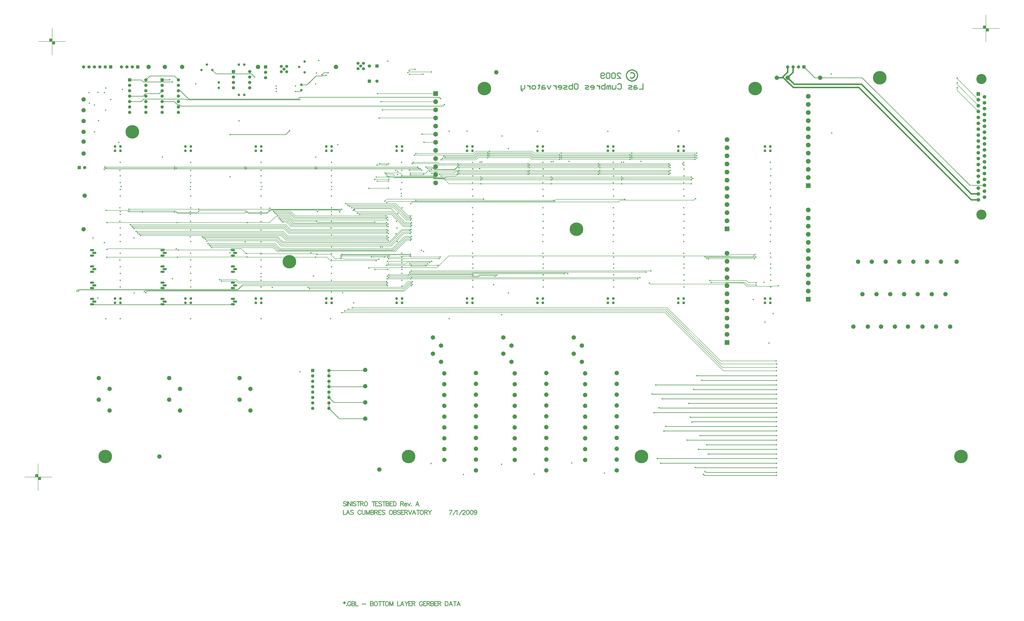
<source format=gbl>
%FSLAX23Y23*%
%MOIN*%
G70*
G01*
G75*
G04 Layer_Physical_Order=7*
G04 Layer_Color=16711680*
%ADD10C,0.005*%
%ADD11R,0.050X0.050*%
%ADD12R,0.020X0.709*%
%ADD13R,0.085X0.016*%
%ADD14O,0.098X0.028*%
%ADD15R,0.050X0.050*%
%ADD16R,0.035X0.037*%
%ADD17R,0.035X0.037*%
%ADD18R,0.100X0.100*%
%ADD19R,0.048X0.078*%
%ADD20O,0.087X0.024*%
%ADD21C,0.010*%
%ADD22C,0.025*%
%ADD23C,0.012*%
%ADD24C,0.008*%
%ADD25C,0.012*%
%ADD26C,0.012*%
%ADD27C,0.250*%
%ADD28C,0.059*%
%ADD29R,0.059X0.059*%
%ADD30C,0.050*%
%ADD31C,0.080*%
%ADD32C,0.067*%
%ADD33C,0.067*%
%ADD34C,0.187*%
%ADD35R,0.067X0.067*%
%ADD36C,0.055*%
%ADD37C,0.047*%
%ADD38R,0.059X0.059*%
%ADD39C,0.059*%
%ADD40R,0.087X0.087*%
%ADD41C,0.087*%
%ADD42R,0.059X0.059*%
%ADD43O,0.079X0.039*%
%ADD44O,0.079X0.039*%
%ADD45C,0.045*%
%ADD46C,0.024*%
%ADD47C,0.010*%
%ADD48C,0.050*%
%ADD49C,0.040*%
%ADD50C,0.145*%
%ADD51C,0.055*%
G04:AMPARAMS|DCode=52|XSize=85mil|YSize=85mil|CornerRadius=0mil|HoleSize=0mil|Usage=FLASHONLY|Rotation=0.000|XOffset=0mil|YOffset=0mil|HoleType=Round|Shape=Relief|Width=10mil|Gap=10mil|Entries=4|*
%AMTHD52*
7,0,0,0.085,0.065,0.010,45*
%
%ADD52THD52*%
%ADD53C,0.072*%
%ADD54C,0.063*%
%ADD55C,0.063*%
%ADD56C,0.148*%
%ADD57C,0.053*%
%ADD58C,0.048*%
%ADD59C,0.055*%
G04:AMPARAMS|DCode=60|XSize=95.433mil|YSize=95.433mil|CornerRadius=0mil|HoleSize=0mil|Usage=FLASHONLY|Rotation=0.000|XOffset=0mil|YOffset=0mil|HoleType=Round|Shape=Relief|Width=10mil|Gap=10mil|Entries=4|*
%AMTHD60*
7,0,0,0.095,0.075,0.010,45*
%
%ADD60THD60*%
%ADD61C,0.067*%
G04:AMPARAMS|DCode=62|XSize=95.433mil|YSize=95.433mil|CornerRadius=0mil|HoleSize=0mil|Usage=FLASHONLY|Rotation=0.000|XOffset=0mil|YOffset=0mil|HoleType=Round|Shape=Relief|Width=10mil|Gap=10mil|Entries=4|*
%AMTHD62*
7,0,0,0.095,0.075,0.010,45*
%
%ADD62THD62*%
G04:AMPARAMS|DCode=63|XSize=112mil|YSize=112mil|CornerRadius=0mil|HoleSize=0mil|Usage=FLASHONLY|Rotation=0.000|XOffset=0mil|YOffset=0mil|HoleType=Round|Shape=Relief|Width=10mil|Gap=10mil|Entries=4|*
%AMTHD63*
7,0,0,0.112,0.092,0.010,45*
%
%ADD63THD63*%
%ADD64C,0.030*%
G04:AMPARAMS|DCode=65|XSize=70mil|YSize=70mil|CornerRadius=0mil|HoleSize=0mil|Usage=FLASHONLY|Rotation=0.000|XOffset=0mil|YOffset=0mil|HoleType=Round|Shape=Relief|Width=10mil|Gap=10mil|Entries=4|*
%AMTHD65*
7,0,0,0.070,0.050,0.010,45*
%
%ADD65THD65*%
G04:AMPARAMS|DCode=66|XSize=185mil|YSize=185mil|CornerRadius=0mil|HoleSize=0mil|Usage=FLASHONLY|Rotation=0.000|XOffset=0mil|YOffset=0mil|HoleType=Round|Shape=Relief|Width=10mil|Gap=10mil|Entries=4|*
%AMTHD66*
7,0,0,0.185,0.165,0.010,45*
%
%ADD66THD66*%
G04:AMPARAMS|DCode=67|XSize=188.346mil|YSize=188.346mil|CornerRadius=0mil|HoleSize=0mil|Usage=FLASHONLY|Rotation=0.000|XOffset=0mil|YOffset=0mil|HoleType=Round|Shape=Relief|Width=10mil|Gap=10mil|Entries=4|*
%AMTHD67*
7,0,0,0.188,0.168,0.010,45*
%
%ADD67THD67*%
G04:AMPARAMS|DCode=68|XSize=102.913mil|YSize=102.913mil|CornerRadius=0mil|HoleSize=0mil|Usage=FLASHONLY|Rotation=0.000|XOffset=0mil|YOffset=0mil|HoleType=Round|Shape=Relief|Width=10mil|Gap=10mil|Entries=4|*
%AMTHD68*
7,0,0,0.103,0.083,0.010,45*
%
%ADD68THD68*%
G04:AMPARAMS|DCode=69|XSize=93.465mil|YSize=93.465mil|CornerRadius=0mil|HoleSize=0mil|Usage=FLASHONLY|Rotation=0.000|XOffset=0mil|YOffset=0mil|HoleType=Round|Shape=Relief|Width=10mil|Gap=10mil|Entries=4|*
%AMTHD69*
7,0,0,0.093,0.073,0.010,45*
%
%ADD69THD69*%
G04:AMPARAMS|DCode=70|XSize=87.559mil|YSize=87.559mil|CornerRadius=0mil|HoleSize=0mil|Usage=FLASHONLY|Rotation=0.000|XOffset=0mil|YOffset=0mil|HoleType=Round|Shape=Relief|Width=10mil|Gap=10mil|Entries=4|*
%AMTHD70*
7,0,0,0.088,0.068,0.010,45*
%
%ADD70THD70*%
%ADD71C,0.020*%
%ADD72C,0.015*%
D10*
X5390Y1890D02*
X5400Y1900D01*
X5158Y3349D02*
X10974D01*
X3130Y3755D02*
X5810D01*
X3047Y3685D02*
X3142Y3780D01*
X3050Y3675D02*
X3130Y3755D01*
X110Y3675D02*
X3050D01*
X110Y3685D02*
X3047D01*
X100D02*
X110D01*
X75Y3660D02*
X100Y3685D01*
X1340Y3665D02*
X6095D01*
X4345Y3725D02*
X6085D01*
X4370Y3700D02*
X6095D01*
X3142Y3780D02*
X5795D01*
X1365Y3654D02*
X6121D01*
X3050Y3805D02*
X5810D01*
X3061Y3831D02*
X5796D01*
X5879Y5180D02*
X6139Y4920D01*
X5197Y5180D02*
X5879D01*
X5186Y5152D02*
Y5169D01*
X5180Y5146D02*
X5186Y5152D01*
Y5169D02*
X5197Y5180D01*
X5204Y5142D02*
Y5162D01*
Y5142D02*
X5225Y5121D01*
X5105Y5223D02*
X5944D01*
X5075Y5246D02*
X5954D01*
X585Y5950D02*
X6365D01*
X11732Y4253D02*
X11735Y4256D01*
X12588D01*
X11702Y4262D02*
X11720Y4280D01*
X12608D01*
X12614Y4286D01*
X12608Y4280D02*
X12614Y4286D01*
X12559Y4289D02*
X12576Y4306D01*
X11672Y4289D02*
X12559D01*
X6944Y4307D02*
X11680D01*
X6724Y4088D02*
X6944Y4307D01*
X11683Y4304D02*
X12125D01*
X11680Y4307D02*
X11683Y4304D01*
X5828Y5557D02*
X5830Y5559D01*
X5465Y5557D02*
X5828D01*
X5467Y4083D02*
X5472Y4088D01*
X6724D01*
X6214Y4300D02*
X6227Y4286D01*
X6067Y4300D02*
X6214D01*
X6227Y4286D02*
X6782D01*
X4980Y4324D02*
X6216D01*
X4965Y4335D02*
X6235D01*
X5954Y4389D02*
X6160Y4595D01*
X6235D01*
X3771Y4389D02*
X5954D01*
X5936Y4406D02*
X6150Y4620D01*
X3789Y4406D02*
X5936D01*
X5909Y4415D02*
X6139Y4645D01*
X3816Y4415D02*
X5909D01*
X6150Y4620D02*
X6250D01*
X6139Y4645D02*
X6230D01*
X4760Y4334D02*
X4842Y4252D01*
X4507Y4334D02*
X4760D01*
X3826Y4440D02*
X5899D01*
X4962Y4305D02*
X4980Y4324D01*
X4950Y4305D02*
X4962D01*
X3847Y4490D02*
X5878D01*
X6050Y4282D02*
X6067Y4300D01*
X5829Y4256D02*
X6773D01*
X12125Y4304D02*
X12152Y4331D01*
X12597D01*
X5627Y7305D02*
X6700D01*
X5688Y7155D02*
X6700D01*
X5717Y7006D02*
X5718Y7005D01*
X6700D01*
X5657Y6852D02*
X5660Y6855D01*
X6700D01*
X5615Y5987D02*
X5798D01*
X5662Y6011D02*
X5664Y6009D01*
X5831D01*
X5624Y5690D02*
X5626Y5688D01*
X5829D01*
X5574Y5722D02*
X5835D01*
X6698Y6407D02*
X6700Y6405D01*
X6481Y6407D02*
X6698D01*
X6470Y5805D02*
X6479Y5814D01*
X6233Y5805D02*
X6470D01*
X6698Y6557D02*
X6700Y6555D01*
X6447Y6557D02*
X6698D01*
X6214Y5893D02*
X6443D01*
X6581Y5901D02*
X6625D01*
X6517Y5837D02*
X6581Y5901D01*
X6232Y5837D02*
X6517D01*
X6317Y7754D02*
X6318Y7755D01*
X6235Y7754D02*
X6317D01*
X6214Y7733D02*
X6235Y7754D01*
X6463Y7663D02*
X6466Y7666D01*
X6216Y7663D02*
X6463D01*
X6195Y7704D02*
X6623D01*
X6186Y7695D02*
X6195Y7704D01*
X11672Y321D02*
X11686Y307D01*
X11492Y394D02*
X11494Y392D01*
X11732Y642D02*
X11737Y647D01*
X11702Y816D02*
X11703Y817D01*
X11462Y1840D02*
X11465Y1837D01*
X11432Y1235D02*
X11439Y1242D01*
X11402Y1325D02*
X11404Y1327D01*
X11372Y1578D02*
X11376Y1582D01*
X9705Y6010D02*
X11005D01*
X8405D02*
X9705D01*
X10318Y6205D02*
X11518D01*
X9018D02*
X10318D01*
X8518D02*
X9018D01*
X6332Y6198D02*
X6334D01*
X10287Y6177D02*
X11487D01*
X8987D02*
X10287D01*
X8506D02*
X8987D01*
X7660Y6212D02*
X8471D01*
X12416Y3813D02*
X12459Y3770D01*
X12302Y3817D02*
X12306Y3813D01*
X12416D01*
X12384Y3804D02*
X12447Y3741D01*
X12057Y3804D02*
X12384D01*
X12436Y3851D02*
X12476Y3811D01*
X12618D01*
X12459Y3770D02*
X12617D01*
X12877Y3750D02*
X13019D01*
X13026Y3757D01*
X12447Y3741D02*
X12868D01*
X12877Y3750D01*
X6848Y6150D02*
X7418D01*
X6875Y6127D02*
X7428D01*
X6822Y6108D02*
X7435D01*
X6800Y6082D02*
X7446D01*
X7409Y6170D02*
X7451Y6212D01*
X7418Y6150D02*
X7459Y6192D01*
X7428Y6127D02*
X7469Y6168D01*
X7435Y6108D02*
X7477Y6149D01*
X7446Y6082D02*
X7488Y6123D01*
X7398Y6198D02*
X7439Y6240D01*
X8470Y6089D02*
X11490D01*
X8498Y6157D02*
X11519D01*
X6223Y4132D02*
X6241Y4114D01*
X6528D02*
X6546Y4132D01*
X6742D01*
X5792D02*
X6223D01*
X6241Y4114D02*
X6528D01*
X7675Y3940D02*
X7790D01*
X7799Y3931D01*
X7382Y3920D02*
X7486D01*
X7506Y3940D01*
X7508Y3956D02*
X7819D01*
X7379Y3936D02*
X7488D01*
X7508Y3956D01*
X7819D02*
X7828Y3947D01*
Y3949D01*
X7375Y3975D02*
X9076D01*
X7381Y3993D02*
X9123D01*
X9138Y3978D01*
X7506Y3940D02*
X7675D01*
X7371Y3983D02*
X7381Y3993D01*
X7375Y3927D02*
X7382Y3920D01*
X7364Y3951D02*
X7379Y3936D01*
X7367Y3966D02*
X7375Y3975D01*
X6228Y3881D02*
X10429D01*
X6254Y3906D02*
X10471D01*
X6234Y3927D02*
X7375D01*
X6188Y3881D02*
X6234Y3927D01*
X5803Y3881D02*
X6188D01*
X6182Y3906D02*
X6227Y3951D01*
X7364D01*
X5834Y3906D02*
X6182D01*
X6183Y3933D02*
X6216Y3966D01*
X7367D01*
X5807Y3933D02*
X6183D01*
X6214Y3983D02*
X7371D01*
X6188Y3957D02*
X6214Y3983D01*
X5835Y3957D02*
X6188D01*
X6333Y5329D02*
X6336Y5332D01*
X6333Y5329D02*
Y5331D01*
Y5328D02*
Y5329D01*
X6239Y5271D02*
Y5273D01*
Y5274D01*
X5797Y5291D02*
X5818Y5312D01*
X5762Y5318D02*
X5799Y5355D01*
X10076Y5303D02*
X10108Y5334D01*
X11469D01*
X11498Y5364D01*
X8892Y5313D02*
X8904Y5326D01*
Y5331D01*
X8837Y5312D02*
X8839Y5313D01*
X8892D01*
X8904Y5331D02*
X8926Y5353D01*
X10189D01*
X7478Y5355D02*
X7479Y5354D01*
X7586D01*
X6519Y5948D02*
X6637D01*
X6551Y5924D02*
X6648D01*
X6176Y4188D02*
X6588D01*
X6629Y5837D02*
X6662D01*
X6772Y5812D02*
X7079D01*
X7076Y5783D02*
X7105Y5812D01*
X11030Y5837D02*
X11030D01*
X9730D02*
X11030D01*
X8430D02*
X9730D01*
X7079Y5812D02*
X7104Y5837D01*
X7130D01*
X9705Y5863D02*
X11005D01*
X8405D02*
X9705D01*
X7045Y5838D02*
X7070Y5863D01*
X7105D01*
X9730Y5887D02*
X11030D01*
X8430D02*
X9730D01*
X7048Y5871D02*
X7064Y5887D01*
X7130D01*
X7052Y5896D02*
X7093Y5937D01*
X6648Y5924D02*
X6670Y5901D01*
Y5901D02*
Y5901D01*
Y5901D02*
X6676Y5896D01*
X7093Y5937D02*
X7130D01*
X11005Y5962D02*
X11005D01*
X9705D02*
X11005D01*
X8405D02*
X9705D01*
X7048Y5905D02*
X7105Y5962D01*
X6637Y5948D02*
X6679Y5905D01*
X6249Y4132D02*
X6519D01*
X6224Y4158D02*
X6551D01*
X6145Y4157D02*
X6176Y4188D01*
X5827Y4157D02*
X6145D01*
X5808Y4205D02*
X6627D01*
X6773Y4255D02*
Y4256D01*
X6782Y4286D02*
X6784Y4285D01*
X5810Y4282D02*
X6050D01*
X8831Y5711D02*
X11421D01*
X11423Y5713D01*
X5913Y5762D02*
X5925Y5750D01*
X5913Y5783D02*
X5937Y5759D01*
X6650D01*
X6661Y5748D01*
Y5748D02*
X6672Y5737D01*
X6859D01*
X6884Y5712D01*
X10157Y5737D02*
X11449D01*
X8857D02*
X10157D01*
X6889D02*
X7557D01*
X5913Y5814D02*
X5959Y5768D01*
X6880Y5746D02*
X6889Y5737D01*
X10132Y5762D02*
X11424D01*
X8832D02*
X10132D01*
X6889D02*
X7532D01*
X5765Y5839D02*
X6044D01*
X6097Y5786D01*
X6882Y5755D02*
X6889Y5762D01*
X5786Y5814D02*
X5913D01*
X5804Y5783D02*
X5913D01*
X5835Y5762D02*
X5913D01*
X9731Y5937D02*
X11029D01*
X8430D02*
X9731D01*
X8356D02*
X8430D01*
X8356D02*
X8356Y5937D01*
X11486Y6177D02*
X11487D01*
X8435Y6123D02*
X8470Y6089D01*
X8445Y6149D02*
X8480Y6115D01*
X8463Y6192D02*
X8498Y6157D01*
X8471Y6212D02*
X8506Y6177D01*
X8483Y6240D02*
X8518Y6205D01*
X8453Y6168D02*
X8488Y6133D01*
X2325Y5170D02*
X3615D01*
X1035D02*
X2325D01*
X3615D02*
X3635Y5190D01*
X3655Y5170D01*
X4965D01*
X1928Y5094D02*
X3169D01*
X4945Y4270D02*
X4980Y4305D01*
X1875Y5120D02*
X1885Y5110D01*
X615Y5150D02*
X619Y5146D01*
X1002D01*
X1029Y5120D01*
X1875D01*
X1885Y5110D02*
X1912D01*
X1928Y5094D01*
X3169D02*
X3190Y5115D01*
X3217D01*
X3238Y5094D02*
X3599D01*
X3632Y5127D01*
X3217Y5115D02*
X3238Y5094D01*
X3633Y5127D02*
X3658Y5152D01*
X3632Y5127D02*
X3633D01*
X3658Y5152D02*
X4493D01*
X4520Y5125D01*
X4924Y5161D02*
X4935Y5150D01*
X3242Y5103D02*
X3583D01*
X3625Y5145D01*
X4547Y5152D02*
X4898D01*
X4520Y5125D02*
X4547Y5152D01*
X4898D02*
X4930Y5120D01*
X3641Y5161D02*
X4924D01*
X3625Y5145D02*
X3641Y5161D01*
X1895Y5140D02*
X1932Y5103D01*
X3195Y5150D02*
X3242Y5103D01*
X2344Y5150D02*
X3195D01*
X2297Y5103D02*
X2344Y5150D01*
X1932Y5103D02*
X2297D01*
X1035Y5140D02*
X1895D01*
X4945Y4270D02*
X4950D01*
X4980Y4305D02*
X5840D01*
X6216Y4324D02*
X6235Y4305D01*
X105Y3655D02*
Y3660D01*
X100Y3655D02*
X105D01*
Y3660D02*
X110Y3665D01*
Y3675D01*
X75Y3655D02*
Y3660D01*
X1345Y3625D02*
Y3634D01*
X1365Y3654D01*
X1320Y3645D02*
X1340Y3665D01*
X2705Y3861D02*
X2710Y3866D01*
X3026D01*
X2745Y3840D02*
X3015D01*
X3026Y3866D02*
X3061Y3831D01*
X3015Y3840D02*
X3050Y3805D01*
X6121Y3654D02*
X6222Y3755D01*
X6095Y3665D02*
X6212Y3781D01*
X6085Y3725D02*
X6191Y3831D01*
X6095Y3700D02*
X6201Y3806D01*
X6222Y3755D02*
X6250D01*
X6212Y3781D02*
X6269D01*
X6201Y3806D02*
X6249D01*
X6191Y3831D02*
X6269D01*
X605Y5930D02*
X1910D01*
X580Y5910D02*
X581Y5911D01*
X6411D02*
X6415Y5915D01*
X2495Y4535D02*
X3731D01*
X2477Y4585D02*
X3752D01*
X2450Y4610D02*
X3762D01*
X2394Y4660D02*
X3783D01*
X2472Y4580D02*
X2477Y4585D01*
X2445Y4615D02*
X2450Y4610D01*
X2420Y4640D02*
X2775D01*
X2394Y4660D02*
X2394Y4660D01*
X2775Y4640D02*
X3775D01*
X3870Y4545D01*
X3783Y4660D02*
X3878Y4565D01*
X3752Y4585D02*
X3847Y4490D01*
X3762Y4610D02*
X3857Y4515D01*
X3731Y4535D02*
X3826Y4440D01*
X3870Y4545D02*
X5855D01*
X3878Y4565D02*
X5847D01*
X3857Y4515D02*
X5868D01*
X5855Y4545D02*
X6085Y4775D01*
X5847Y4565D02*
X6077Y4795D01*
X5878Y4490D02*
X6108Y4720D01*
X5868Y4515D02*
X6098Y4745D01*
X5899Y4440D02*
X6129Y4670D01*
X6255D01*
X6108Y4720D02*
X6230D01*
X6098Y4745D02*
X6245D01*
X6085Y4775D02*
X6225D01*
X6077Y4795D02*
X6245D01*
X5035Y5273D02*
X5965D01*
X5255Y5096D02*
X5892D01*
X5225Y5121D02*
X5902D01*
X5295Y5073D02*
X5882D01*
X5150Y5196D02*
X5933D01*
X5965Y5273D02*
X6191Y5046D01*
X5954Y5246D02*
X6180Y5020D01*
X5944Y5223D02*
X6171Y4996D01*
X5892Y5096D02*
X6118Y4870D01*
X5933Y5196D02*
X6160Y4970D01*
X5902Y5121D02*
X6129Y4895D01*
X5882Y5073D02*
X6109Y4846D01*
X6191Y5046D02*
X6244D01*
X6180Y5020D02*
X6230D01*
X6171Y4996D02*
X6249D01*
X6160Y4970D02*
X6235D01*
X6139Y4920D02*
X6255D01*
X6129Y4895D02*
X6240D01*
X6118Y4870D02*
X6255D01*
X6109Y4846D02*
X6236D01*
X3726Y5104D02*
X4017D01*
X3780Y5054D02*
X3996D01*
X3775D02*
X3780D01*
X3805Y5006D02*
X3810D01*
X3830Y4981D02*
X3966D01*
X3850Y4955D02*
X3956D01*
X3875Y4931D02*
X3945D01*
X3845Y4955D02*
X3850D01*
X3752Y5082D02*
X4008D01*
X3705Y5128D02*
X4027D01*
X4017Y5104D02*
X4101Y5020D01*
X4008Y5082D02*
X4092Y4998D01*
X3996Y5054D02*
X4080Y4970D01*
X3956Y4955D02*
X4040Y4871D01*
X3945Y4931D02*
X4029Y4847D01*
X3966Y4981D02*
X4050Y4897D01*
X4027Y5128D02*
X4111Y5044D01*
X5784D01*
X4101Y5020D02*
X5814D01*
X4092Y4998D02*
X5790D01*
X4080Y4970D02*
X5817D01*
X4050Y4897D02*
X5823D01*
X4040Y4871D02*
X5797D01*
X4029Y4847D02*
X5824D01*
X1197Y4732D02*
X3872D01*
X1252Y4683D02*
X3852D01*
X1227Y4707D02*
X3862D01*
X1169Y4758D02*
X3883D01*
X1129Y4808D02*
X3904D01*
X1108Y4832D02*
X3914D01*
X1088Y4857D02*
X3924D01*
X1064Y4881D02*
X3934D01*
X3924Y4857D02*
X4010Y4771D01*
X3914Y4832D02*
X4000Y4746D01*
X3904Y4808D02*
X3990Y4722D01*
X3883Y4758D02*
X3969Y4672D01*
X3872Y4732D02*
X3958Y4646D01*
X3862Y4707D02*
X3948Y4621D01*
X3852Y4683D02*
X3938Y4597D01*
X3934Y4881D02*
X4020Y4795D01*
X5801D01*
X4010Y4771D02*
X5824D01*
X4000Y4746D02*
X5802D01*
X3990Y4722D02*
X5825D01*
X3969Y4672D02*
X5803D01*
X3958Y4646D02*
X5825D01*
X3948Y4621D02*
X5802D01*
X3938Y4597D02*
X5827D01*
X3217Y4283D02*
X4481D01*
X627D02*
X1931D01*
X1932Y4284D01*
X3216D01*
X3217Y4283D01*
X12041Y3787D02*
X12057Y3804D01*
X10980Y3787D02*
X12041D01*
X11759Y3851D02*
X12436D01*
X11785Y3817D02*
X12302D01*
X10647Y3804D02*
X10664Y3787D01*
X10980D01*
X6218Y4006D02*
X10582D01*
X6248Y4029D02*
X6249Y4030D01*
X10629D01*
X10672D01*
X6239Y5274D02*
X6268Y5303D01*
X5799Y5355D02*
X7478D01*
X5925Y5750D02*
X6646D01*
X6097Y5786D02*
X6649D01*
X581Y5911D02*
X6411D01*
X1910Y5930D02*
X6390D01*
X7660Y6168D02*
X8453D01*
X8488Y6133D02*
X8988D01*
X10288D01*
X11488D01*
X6803Y5783D02*
X7076D01*
X6646Y5750D02*
X6652Y5744D01*
Y5744D02*
Y5744D01*
Y5744D02*
X6668Y5728D01*
X6855D01*
X6944Y5639D01*
X6676Y5746D02*
X6880D01*
X6670Y5751D02*
X6676Y5746D01*
X6670Y5751D02*
Y5751D01*
X6654Y5768D02*
X6670Y5751D01*
X5959Y5768D02*
X6654D01*
X6649Y5786D02*
X6679Y5755D01*
X6882D01*
X6662Y5837D02*
X6679Y5855D01*
X6721D01*
X6737Y5838D01*
X7045D01*
X6589Y5871D02*
X7048D01*
X6676Y5896D02*
X7052D01*
X6679Y5905D02*
X7048D01*
X6265Y6011D02*
X6732D01*
X6756Y5987D01*
X6285Y6034D02*
X6742D01*
X6766Y6010D01*
X7105D01*
X6308Y6170D02*
X7409D01*
X6334Y6198D02*
X7398D01*
X6268Y5303D02*
X10076D01*
X5818Y5312D02*
X8837D01*
X6336Y5332D02*
X8884D01*
X6884Y5712D02*
X8831D01*
X7557Y5737D02*
X8857D01*
X7532Y5762D02*
X8832D01*
X7105Y5812D02*
X11005D01*
X7130Y5837D02*
X8430D01*
X7105Y5863D02*
X8405D01*
X7130Y5887D02*
X8430D01*
X7130Y5937D02*
X8356D01*
X7105Y5962D02*
X8405D01*
X7105Y6010D02*
X8405D01*
X7488Y6123D02*
X8435D01*
X7469Y6168D02*
X7660D01*
X7459Y6192D02*
X8463D01*
X7451Y6212D02*
X7660D01*
X7439Y6240D02*
X8483D01*
X8480Y6115D02*
X9021D01*
X10321D01*
X11521D01*
X6787Y7214D02*
X6789Y7212D01*
X7477Y6149D02*
X8445D01*
X4495Y4346D02*
X4507Y4334D01*
X3483Y4338D02*
X3491Y4346D01*
X3467Y4338D02*
X3483D01*
X3207Y4351D02*
X3454D01*
X3467Y4338D01*
X1708Y4417D02*
X1946D01*
X1616Y4438D02*
X1687D01*
X1614Y4440D02*
X1616Y4438D01*
X1687D02*
X1708Y4417D01*
X643Y4440D02*
X1614D01*
X629Y4426D02*
X643Y4440D01*
X3491Y4346D02*
X4495D01*
X1946Y4417D02*
X2905D01*
X2926Y4438D01*
X3195Y4351D02*
X3207D01*
X3108Y4438D02*
X3195Y4351D01*
X2926Y4438D02*
X3108D01*
X5006Y4252D02*
X5012Y4246D01*
X4842Y4252D02*
X5006D01*
X5012Y4246D02*
X5650D01*
X5651Y4245D01*
X3700Y4460D02*
X3771Y4389D01*
X2563Y4460D02*
X3700D01*
X2540Y4485D02*
X3710D01*
X3789Y4406D01*
X2519Y4510D02*
X2519Y4510D01*
X3721D01*
X3816Y4415D01*
X4767Y4213D02*
X4783D01*
X4788Y4218D01*
X5602D01*
X4481Y4283D02*
X4697D01*
X4767Y4213D01*
X5601Y5763D02*
X5834D01*
X5835Y5762D01*
X6944Y5639D02*
X8831D01*
X11423D01*
X10974Y3349D02*
X11958Y2366D01*
X5084Y3319D02*
X10962D01*
X11970Y2310D01*
X12995D01*
X11958Y2366D02*
X12987D01*
X16328Y7583D02*
X16720Y7191D01*
X16328Y7583D02*
Y7595D01*
Y7475D02*
X16720Y7083D01*
X16328Y7475D02*
Y7505D01*
Y7366D02*
X16720Y6974D01*
X16328Y7366D02*
Y7415D01*
X6756Y5987D02*
X7130D01*
X8430D01*
X9730D01*
X11030D01*
X5514Y4286D02*
X5761D01*
X3632Y4921D02*
X3742Y5031D01*
X3983D01*
X4070Y4944D01*
X4502D01*
X3810Y5006D02*
X3976D01*
X4069Y4913D01*
X5783D01*
X5792Y4922D01*
X4502Y4944D02*
X4518Y4928D01*
X5569D01*
X5576Y4935D01*
X5577Y4054D02*
X5815D01*
X630Y4921D02*
X1927D01*
X3222D01*
X3632D01*
X4965Y3259D02*
X10937D01*
X12013Y2183D01*
X12992D01*
X5020Y3289D02*
X10949D01*
X11992Y2247D01*
X12991D01*
D21*
X4920Y1300D02*
X5400D01*
X4730Y1490D02*
X4920Y1300D01*
X4730Y1490D02*
Y1590D01*
X4820Y1600D02*
X5400D01*
X4730Y1690D02*
X4820Y1600D01*
X4730Y1690D02*
Y1790D01*
Y1890D02*
X5390D01*
X4730D02*
Y1990D01*
X5390Y2190D02*
X5400Y2200D01*
X4730Y2190D02*
X5390D01*
X4730Y2090D02*
Y2190D01*
X1787Y7560D02*
X1789Y7562D01*
X1650Y7560D02*
X1787D01*
X12989Y250D02*
X12992Y253D01*
X11661Y250D02*
X12989D01*
X11642Y269D02*
X11661Y250D01*
X11686Y307D02*
X12991D01*
X11494Y392D02*
X12991D01*
X11737Y647D02*
X12991D01*
X11552Y732D02*
X12991D01*
X11703Y817D02*
X12991D01*
X11465Y1837D02*
X12991D01*
X11343Y902D02*
X12991D01*
X11582Y987D02*
X12991D01*
X11439Y1242D02*
X12991D01*
X11404Y1327D02*
X12991D01*
X11376Y1582D02*
X12991D01*
X10762Y1922D02*
X12991D01*
X10698Y1752D02*
X12991D01*
X10696Y1754D02*
X10698Y1752D01*
X10885Y1667D02*
X12991D01*
X10884Y1666D02*
X10885Y1667D01*
X10827Y1497D02*
X12991D01*
X10824Y1500D02*
X10827Y1497D01*
X10731Y1412D02*
X12991D01*
X10729Y1410D02*
X10731Y1412D01*
X10948Y1157D02*
X12991D01*
X10944Y1153D02*
X10948Y1157D01*
X10944Y1153D02*
X10948Y1157D01*
X10916Y1072D02*
X12991D01*
X10914Y1070D02*
X10916Y1072D01*
X10796Y562D02*
X12991D01*
X10794Y560D02*
X10796Y562D01*
X10855Y477D02*
X12991D01*
X10854Y476D02*
X10855Y477D01*
X11523Y2092D02*
X12991D01*
X11522Y2091D02*
X11523Y2092D01*
X11614Y2007D02*
X12991D01*
X11612Y2005D02*
X11614Y2007D01*
X1350Y7560D02*
X1422Y7632D01*
X1878D01*
X1950Y7560D01*
X1050D02*
X1263D01*
X1302Y7521D01*
X1838D01*
X1050Y7260D02*
X1299D01*
X1597Y7307D02*
X1650Y7360D01*
X1299Y7260D02*
X1311Y7272D01*
Y7276D01*
X1343Y7307D01*
X1597D01*
X1050Y7160D02*
X1263D01*
X1310Y7207D01*
X2087D01*
X2099Y7194D01*
X2102Y7192D01*
X4181D01*
X4183Y7194D01*
X4184Y7195D01*
X4188D01*
X1650Y7160D02*
X1875D01*
X6829Y7075D02*
X6861Y7107D01*
X1875Y7160D02*
X1936Y7099D01*
X1966D01*
X1989Y7075D02*
X6829D01*
X1966Y7099D02*
X1989Y7075D01*
X1950Y7360D02*
X1986D01*
X2140Y7206D01*
X4169D01*
X4186Y7239D02*
X6772D01*
X4169Y7206D02*
Y7222D01*
X4186Y7239D01*
X6772Y7229D02*
Y7239D01*
Y7229D02*
X6787Y7214D01*
X2575Y7741D02*
X2644Y7672D01*
X3296D01*
X3357Y7611D01*
X4109Y7345D02*
X4195D01*
X4220Y7370D01*
X4599Y7654D02*
X4638Y7693D01*
X4717D01*
X4622Y7647D02*
X4680D01*
X4489Y7633D02*
X4608D01*
X4622Y7647D01*
X4220Y7470D02*
X4326D01*
X4368Y7512D01*
X4489Y7633D01*
X2904Y6548D02*
X3929D01*
X4004Y6623D01*
X356Y3412D02*
X363Y3405D01*
X1649D02*
X1656Y3412D01*
X363Y3405D02*
X1649D01*
X1656Y3412D02*
X1663Y3405D01*
X2949D02*
X2956Y3412D01*
X1663Y3405D02*
X2949D01*
X13500Y7800D02*
X13700Y7600D01*
X13800D01*
X14573D01*
X16562Y5611D02*
X16832D01*
X14573Y7600D02*
X16562Y5611D01*
D22*
X16590Y5342D02*
X16720D01*
X16590Y5451D02*
X16720D01*
X14562Y7479D02*
X16590Y5451D01*
X14513Y7419D02*
X16590Y5342D01*
X13200Y7600D02*
X13321Y7479D01*
X13120Y7600D02*
X13301Y7419D01*
X13321Y7479D02*
X14562D01*
X13301Y7419D02*
X14513D01*
X13200Y7600D02*
X13300Y7700D01*
Y7800D01*
X13000Y7600D02*
X13097D01*
X13200Y7703D02*
Y7800D01*
X13097Y7600D02*
X13120D01*
X13097D02*
X13200Y7703D01*
D23*
X5015Y-2082D02*
Y-2128D01*
X4996Y-2093D02*
X5034Y-2116D01*
Y-2093D02*
X4996Y-2116D01*
X5054Y-2154D02*
X5050Y-2158D01*
X5054Y-2162D01*
X5058Y-2158D01*
X5054Y-2154D01*
X5133Y-2101D02*
X5129Y-2093D01*
X5121Y-2086D01*
X5114Y-2082D01*
X5098D01*
X5091Y-2086D01*
X5083Y-2093D01*
X5079Y-2101D01*
X5076Y-2112D01*
Y-2132D01*
X5079Y-2143D01*
X5083Y-2151D01*
X5091Y-2158D01*
X5098Y-2162D01*
X5114D01*
X5121Y-2158D01*
X5129Y-2151D01*
X5133Y-2143D01*
Y-2132D01*
X5114D02*
X5133D01*
X5151Y-2082D02*
Y-2162D01*
Y-2082D02*
X5185D01*
X5197Y-2086D01*
X5201Y-2090D01*
X5204Y-2097D01*
Y-2105D01*
X5201Y-2112D01*
X5197Y-2116D01*
X5185Y-2120D01*
X5151D02*
X5185D01*
X5197Y-2124D01*
X5201Y-2128D01*
X5204Y-2135D01*
Y-2147D01*
X5201Y-2154D01*
X5197Y-2158D01*
X5185Y-2162D01*
X5151D01*
X5222Y-2082D02*
Y-2162D01*
X5268D01*
X5340Y-2128D02*
X5408D01*
X5495Y-2082D02*
Y-2162D01*
Y-2082D02*
X5529D01*
X5540Y-2086D01*
X5544Y-2090D01*
X5548Y-2097D01*
Y-2105D01*
X5544Y-2112D01*
X5540Y-2116D01*
X5529Y-2120D01*
X5495D02*
X5529D01*
X5540Y-2124D01*
X5544Y-2128D01*
X5548Y-2135D01*
Y-2147D01*
X5544Y-2154D01*
X5540Y-2158D01*
X5529Y-2162D01*
X5495D01*
X5589Y-2082D02*
X5581Y-2086D01*
X5573Y-2093D01*
X5570Y-2101D01*
X5566Y-2112D01*
Y-2132D01*
X5570Y-2143D01*
X5573Y-2151D01*
X5581Y-2158D01*
X5589Y-2162D01*
X5604D01*
X5611Y-2158D01*
X5619Y-2151D01*
X5623Y-2143D01*
X5627Y-2132D01*
Y-2112D01*
X5623Y-2101D01*
X5619Y-2093D01*
X5611Y-2086D01*
X5604Y-2082D01*
X5589D01*
X5672D02*
Y-2162D01*
X5645Y-2082D02*
X5699D01*
X5735D02*
Y-2162D01*
X5708Y-2082D02*
X5762D01*
X5794D02*
X5786Y-2086D01*
X5779Y-2093D01*
X5775Y-2101D01*
X5771Y-2112D01*
Y-2132D01*
X5775Y-2143D01*
X5779Y-2151D01*
X5786Y-2158D01*
X5794Y-2162D01*
X5809D01*
X5817Y-2158D01*
X5824Y-2151D01*
X5828Y-2143D01*
X5832Y-2132D01*
Y-2112D01*
X5828Y-2101D01*
X5824Y-2093D01*
X5817Y-2086D01*
X5809Y-2082D01*
X5794D01*
X5851D02*
Y-2162D01*
Y-2082D02*
X5881Y-2162D01*
X5912Y-2082D02*
X5881Y-2162D01*
X5912Y-2082D02*
Y-2162D01*
X5997Y-2082D02*
Y-2162D01*
X6043D01*
X6113D02*
X6082Y-2082D01*
X6052Y-2162D01*
X6063Y-2135D02*
X6101D01*
X6131Y-2082D02*
X6162Y-2120D01*
Y-2162D01*
X6192Y-2082D02*
X6162Y-2120D01*
X6252Y-2082D02*
X6203D01*
Y-2162D01*
X6252D01*
X6203Y-2120D02*
X6233D01*
X6265Y-2082D02*
Y-2162D01*
Y-2082D02*
X6300D01*
X6311Y-2086D01*
X6315Y-2090D01*
X6319Y-2097D01*
Y-2105D01*
X6315Y-2112D01*
X6311Y-2116D01*
X6300Y-2120D01*
X6265D01*
X6292D02*
X6319Y-2162D01*
X6457Y-2101D02*
X6453Y-2093D01*
X6445Y-2086D01*
X6438Y-2082D01*
X6422D01*
X6415Y-2086D01*
X6407Y-2093D01*
X6403Y-2101D01*
X6400Y-2112D01*
Y-2132D01*
X6403Y-2143D01*
X6407Y-2151D01*
X6415Y-2158D01*
X6422Y-2162D01*
X6438D01*
X6445Y-2158D01*
X6453Y-2151D01*
X6457Y-2143D01*
Y-2132D01*
X6438D02*
X6457D01*
X6524Y-2082D02*
X6475D01*
Y-2162D01*
X6524D01*
X6475Y-2120D02*
X6505D01*
X6538Y-2082D02*
Y-2162D01*
Y-2082D02*
X6572D01*
X6583Y-2086D01*
X6587Y-2090D01*
X6591Y-2097D01*
Y-2105D01*
X6587Y-2112D01*
X6583Y-2116D01*
X6572Y-2120D01*
X6538D01*
X6564D02*
X6591Y-2162D01*
X6609Y-2082D02*
Y-2162D01*
Y-2082D02*
X6643D01*
X6655Y-2086D01*
X6659Y-2090D01*
X6662Y-2097D01*
Y-2105D01*
X6659Y-2112D01*
X6655Y-2116D01*
X6643Y-2120D01*
X6609D02*
X6643D01*
X6655Y-2124D01*
X6659Y-2128D01*
X6662Y-2135D01*
Y-2147D01*
X6659Y-2154D01*
X6655Y-2158D01*
X6643Y-2162D01*
X6609D01*
X6730Y-2082D02*
X6680D01*
Y-2162D01*
X6730D01*
X6680Y-2120D02*
X6711D01*
X6743Y-2082D02*
Y-2162D01*
Y-2082D02*
X6777D01*
X6789Y-2086D01*
X6793Y-2090D01*
X6796Y-2097D01*
Y-2105D01*
X6793Y-2112D01*
X6789Y-2116D01*
X6777Y-2120D01*
X6743D01*
X6770D02*
X6796Y-2162D01*
X6877Y-2082D02*
Y-2162D01*
Y-2082D02*
X6904D01*
X6915Y-2086D01*
X6923Y-2093D01*
X6927Y-2101D01*
X6930Y-2112D01*
Y-2132D01*
X6927Y-2143D01*
X6923Y-2151D01*
X6915Y-2158D01*
X6904Y-2162D01*
X6877D01*
X7009D02*
X6979Y-2082D01*
X6948Y-2162D01*
X6960Y-2135D02*
X6998D01*
X7055Y-2082D02*
Y-2162D01*
X7028Y-2082D02*
X7081D01*
X7152Y-2162D02*
X7121Y-2082D01*
X7091Y-2162D01*
X7102Y-2135D02*
X7140D01*
D24*
X-890Y220D02*
X-390D01*
X-640Y-30D02*
Y470D01*
X-690Y220D02*
Y270D01*
X-640D01*
X-590Y170D02*
Y220D01*
X-640Y170D02*
X-590D01*
X-635Y215D02*
X-595D01*
Y175D02*
Y215D01*
X-635Y175D02*
X-595D01*
X-635D02*
Y215D01*
X-630Y210D02*
X-600D01*
Y180D02*
Y210D01*
X-630Y180D02*
X-600D01*
X-630D02*
Y205D01*
X-625D02*
X-605D01*
Y185D02*
Y205D01*
X-625Y185D02*
X-605D01*
X-625D02*
Y200D01*
X-620D02*
X-610D01*
Y190D02*
Y200D01*
X-620Y190D02*
X-610D01*
X-620D02*
Y200D01*
Y195D02*
X-610D01*
X-685Y265D02*
X-645D01*
Y225D02*
Y265D01*
X-685Y225D02*
X-645D01*
X-685D02*
Y265D01*
X-680Y260D02*
X-650D01*
Y230D02*
Y260D01*
X-680Y230D02*
X-650D01*
X-680D02*
Y255D01*
X-675D02*
X-655D01*
Y235D02*
Y255D01*
X-675Y235D02*
X-655D01*
X-675D02*
Y250D01*
X-670D02*
X-660D01*
Y240D02*
Y250D01*
X-670Y240D02*
X-660D01*
X-670D02*
Y250D01*
Y245D02*
X-660D01*
X-632Y8269D02*
X-132D01*
X-382Y8019D02*
Y8519D01*
X-432Y8269D02*
Y8319D01*
X-382D01*
X-332Y8219D02*
Y8269D01*
X-382Y8219D02*
X-332D01*
X-377Y8264D02*
X-337D01*
Y8224D02*
Y8264D01*
X-377Y8224D02*
X-337D01*
X-377D02*
Y8264D01*
X-372Y8259D02*
X-342D01*
Y8229D02*
Y8259D01*
X-372Y8229D02*
X-342D01*
X-372D02*
Y8254D01*
X-367D02*
X-347D01*
Y8234D02*
Y8254D01*
X-367Y8234D02*
X-347D01*
X-367D02*
Y8249D01*
X-362D02*
X-352D01*
Y8239D02*
Y8249D01*
X-362Y8239D02*
X-352D01*
X-362D02*
Y8249D01*
Y8244D02*
X-352D01*
X-427Y8314D02*
X-387D01*
Y8274D02*
Y8314D01*
X-427Y8274D02*
X-387D01*
X-427D02*
Y8314D01*
X-422Y8309D02*
X-392D01*
Y8279D02*
Y8309D01*
X-422Y8279D02*
X-392D01*
X-422D02*
Y8304D01*
X-417D02*
X-397D01*
Y8284D02*
Y8304D01*
X-417Y8284D02*
X-397D01*
X-417D02*
Y8299D01*
X-412D02*
X-402D01*
Y8289D02*
Y8299D01*
X-412Y8289D02*
X-402D01*
X-412D02*
Y8299D01*
Y8294D02*
X-402D01*
X16609Y8510D02*
X17109D01*
X16859Y8260D02*
Y8760D01*
X16809Y8510D02*
Y8560D01*
X16859D01*
X16909Y8460D02*
Y8510D01*
X16859Y8460D02*
X16909D01*
X16864Y8505D02*
X16904D01*
Y8465D02*
Y8505D01*
X16864Y8465D02*
X16904D01*
X16864D02*
Y8505D01*
X16869Y8500D02*
X16899D01*
Y8470D02*
Y8500D01*
X16869Y8470D02*
X16899D01*
X16869D02*
Y8495D01*
X16874D02*
X16894D01*
Y8475D02*
Y8495D01*
X16874Y8475D02*
X16894D01*
X16874D02*
Y8490D01*
X16879D02*
X16889D01*
Y8480D02*
Y8490D01*
X16879Y8480D02*
X16889D01*
X16879D02*
Y8490D01*
Y8485D02*
X16889D01*
X16814Y8555D02*
X16854D01*
Y8515D02*
Y8555D01*
X16814Y8515D02*
X16854D01*
X16814D02*
Y8555D01*
X16819Y8550D02*
X16849D01*
Y8520D02*
Y8550D01*
X16819Y8520D02*
X16849D01*
X16819D02*
Y8545D01*
X16824D02*
X16844D01*
Y8525D02*
Y8545D01*
X16824Y8525D02*
X16844D01*
X16824D02*
Y8540D01*
X16829D02*
X16839D01*
Y8530D02*
Y8540D01*
X16829Y8530D02*
X16839D01*
X16829D02*
Y8540D01*
Y8535D02*
X16839D01*
D25*
X5049Y-248D02*
X5042Y-240D01*
X5030Y-236D01*
X5015D01*
X5004Y-240D01*
X4996Y-248D01*
Y-255D01*
X5000Y-263D01*
X5004Y-267D01*
X5011Y-271D01*
X5034Y-278D01*
X5042Y-282D01*
X5046Y-286D01*
X5049Y-294D01*
Y-305D01*
X5042Y-313D01*
X5030Y-316D01*
X5015D01*
X5004Y-313D01*
X4996Y-305D01*
X5067Y-236D02*
Y-316D01*
X5084Y-236D02*
Y-316D01*
Y-236D02*
X5137Y-316D01*
Y-236D02*
Y-316D01*
X5159Y-236D02*
Y-316D01*
X5229Y-248D02*
X5222Y-240D01*
X5210Y-236D01*
X5195D01*
X5184Y-240D01*
X5176Y-248D01*
Y-255D01*
X5180Y-263D01*
X5184Y-267D01*
X5191Y-271D01*
X5214Y-278D01*
X5222Y-282D01*
X5226Y-286D01*
X5229Y-294D01*
Y-305D01*
X5222Y-313D01*
X5210Y-316D01*
X5195D01*
X5184Y-313D01*
X5176Y-305D01*
X5274Y-236D02*
Y-316D01*
X5247Y-236D02*
X5301D01*
X5310D02*
Y-316D01*
Y-236D02*
X5344D01*
X5356Y-240D01*
X5360Y-244D01*
X5364Y-252D01*
Y-259D01*
X5360Y-267D01*
X5356Y-271D01*
X5344Y-275D01*
X5310D01*
X5337D02*
X5364Y-316D01*
X5404Y-236D02*
X5397Y-240D01*
X5389Y-248D01*
X5385Y-255D01*
X5381Y-267D01*
Y-286D01*
X5385Y-297D01*
X5389Y-305D01*
X5397Y-313D01*
X5404Y-316D01*
X5420D01*
X5427Y-313D01*
X5435Y-305D01*
X5439Y-297D01*
X5442Y-286D01*
Y-267D01*
X5439Y-255D01*
X5435Y-248D01*
X5427Y-240D01*
X5420Y-236D01*
X5404D01*
X5551D02*
Y-316D01*
X5524Y-236D02*
X5577D01*
X5636D02*
X5587D01*
Y-316D01*
X5636D01*
X5587Y-275D02*
X5617D01*
X5703Y-248D02*
X5695Y-240D01*
X5684Y-236D01*
X5669D01*
X5657Y-240D01*
X5650Y-248D01*
Y-255D01*
X5653Y-263D01*
X5657Y-267D01*
X5665Y-271D01*
X5688Y-278D01*
X5695Y-282D01*
X5699Y-286D01*
X5703Y-294D01*
Y-305D01*
X5695Y-313D01*
X5684Y-316D01*
X5669D01*
X5657Y-313D01*
X5650Y-305D01*
X5747Y-236D02*
Y-316D01*
X5721Y-236D02*
X5774D01*
X5784D02*
Y-316D01*
Y-236D02*
X5818D01*
X5829Y-240D01*
X5833Y-244D01*
X5837Y-252D01*
Y-259D01*
X5833Y-267D01*
X5829Y-271D01*
X5818Y-275D01*
X5784D02*
X5818D01*
X5829Y-278D01*
X5833Y-282D01*
X5837Y-290D01*
Y-301D01*
X5833Y-309D01*
X5829Y-313D01*
X5818Y-316D01*
X5784D01*
X5904Y-236D02*
X5855D01*
Y-316D01*
X5904D01*
X5855Y-275D02*
X5885D01*
X5918Y-236D02*
Y-316D01*
Y-236D02*
X5944D01*
X5956Y-240D01*
X5963Y-248D01*
X5967Y-255D01*
X5971Y-267D01*
Y-286D01*
X5967Y-297D01*
X5963Y-305D01*
X5956Y-313D01*
X5944Y-316D01*
X5918D01*
X6052Y-236D02*
Y-316D01*
Y-236D02*
X6086D01*
X6097Y-240D01*
X6101Y-244D01*
X6105Y-252D01*
Y-259D01*
X6101Y-267D01*
X6097Y-271D01*
X6086Y-275D01*
X6052D01*
X6078D02*
X6105Y-316D01*
X6123Y-286D02*
X6169D01*
Y-278D01*
X6165Y-271D01*
X6161Y-267D01*
X6153Y-263D01*
X6142D01*
X6134Y-267D01*
X6127Y-275D01*
X6123Y-286D01*
Y-294D01*
X6127Y-305D01*
X6134Y-313D01*
X6142Y-316D01*
X6153D01*
X6161Y-313D01*
X6169Y-305D01*
X6186Y-263D02*
X6209Y-316D01*
X6232Y-263D02*
X6209Y-316D01*
X6248Y-309D02*
X6244Y-313D01*
X6248Y-316D01*
X6252Y-313D01*
X6248Y-309D01*
X6393Y-316D02*
X6363Y-236D01*
X6332Y-316D01*
X6344Y-290D02*
X6382D01*
D26*
X4996Y-393D02*
Y-473D01*
X5042D01*
X5111D02*
X5081Y-393D01*
X5050Y-473D01*
X5062Y-446D02*
X5100D01*
X5183Y-404D02*
X5176Y-397D01*
X5164Y-393D01*
X5149D01*
X5138Y-397D01*
X5130Y-404D01*
Y-412D01*
X5134Y-419D01*
X5138Y-423D01*
X5145Y-427D01*
X5168Y-435D01*
X5176Y-438D01*
X5180Y-442D01*
X5183Y-450D01*
Y-461D01*
X5176Y-469D01*
X5164Y-473D01*
X5149D01*
X5138Y-469D01*
X5130Y-461D01*
X5321Y-412D02*
X5317Y-404D01*
X5310Y-397D01*
X5302Y-393D01*
X5287D01*
X5279Y-397D01*
X5272Y-404D01*
X5268Y-412D01*
X5264Y-423D01*
Y-442D01*
X5268Y-454D01*
X5272Y-461D01*
X5279Y-469D01*
X5287Y-473D01*
X5302D01*
X5310Y-469D01*
X5317Y-461D01*
X5321Y-454D01*
X5344Y-393D02*
Y-450D01*
X5348Y-461D01*
X5355Y-469D01*
X5367Y-473D01*
X5374D01*
X5386Y-469D01*
X5393Y-461D01*
X5397Y-450D01*
Y-393D01*
X5419D02*
Y-473D01*
Y-393D02*
X5450Y-473D01*
X5480Y-393D02*
X5450Y-473D01*
X5480Y-393D02*
Y-473D01*
X5503Y-393D02*
Y-473D01*
Y-393D02*
X5537D01*
X5549Y-397D01*
X5552Y-400D01*
X5556Y-408D01*
Y-416D01*
X5552Y-423D01*
X5549Y-427D01*
X5537Y-431D01*
X5503D02*
X5537D01*
X5549Y-435D01*
X5552Y-438D01*
X5556Y-446D01*
Y-458D01*
X5552Y-465D01*
X5549Y-469D01*
X5537Y-473D01*
X5503D01*
X5574Y-393D02*
Y-473D01*
Y-393D02*
X5608D01*
X5620Y-397D01*
X5624Y-400D01*
X5627Y-408D01*
Y-416D01*
X5624Y-423D01*
X5620Y-427D01*
X5608Y-431D01*
X5574D01*
X5601D02*
X5627Y-473D01*
X5695Y-393D02*
X5645D01*
Y-473D01*
X5695D01*
X5645Y-431D02*
X5676D01*
X5762Y-404D02*
X5754Y-397D01*
X5743Y-393D01*
X5727D01*
X5716Y-397D01*
X5708Y-404D01*
Y-412D01*
X5712Y-419D01*
X5716Y-423D01*
X5723Y-427D01*
X5746Y-435D01*
X5754Y-438D01*
X5758Y-442D01*
X5762Y-450D01*
Y-461D01*
X5754Y-469D01*
X5743Y-473D01*
X5727D01*
X5716Y-469D01*
X5708Y-461D01*
X5865Y-393D02*
X5858Y-397D01*
X5850Y-404D01*
X5846Y-412D01*
X5842Y-423D01*
Y-442D01*
X5846Y-454D01*
X5850Y-461D01*
X5858Y-469D01*
X5865Y-473D01*
X5880D01*
X5888Y-469D01*
X5896Y-461D01*
X5899Y-454D01*
X5903Y-442D01*
Y-423D01*
X5899Y-412D01*
X5896Y-404D01*
X5888Y-397D01*
X5880Y-393D01*
X5865D01*
X5922D02*
Y-473D01*
Y-393D02*
X5956D01*
X5968Y-397D01*
X5971Y-400D01*
X5975Y-408D01*
Y-416D01*
X5971Y-423D01*
X5968Y-427D01*
X5956Y-431D01*
X5922D02*
X5956D01*
X5968Y-435D01*
X5971Y-438D01*
X5975Y-446D01*
Y-458D01*
X5971Y-465D01*
X5968Y-469D01*
X5956Y-473D01*
X5922D01*
X6046Y-404D02*
X6039Y-397D01*
X6027Y-393D01*
X6012D01*
X6001Y-397D01*
X5993Y-404D01*
Y-412D01*
X5997Y-419D01*
X6001Y-423D01*
X6008Y-427D01*
X6031Y-435D01*
X6039Y-438D01*
X6043Y-442D01*
X6046Y-450D01*
Y-461D01*
X6039Y-469D01*
X6027Y-473D01*
X6012D01*
X6001Y-469D01*
X5993Y-461D01*
X6114Y-393D02*
X6064D01*
Y-473D01*
X6114D01*
X6064Y-431D02*
X6095D01*
X6127Y-393D02*
Y-473D01*
Y-393D02*
X6161D01*
X6173Y-397D01*
X6177Y-400D01*
X6181Y-408D01*
Y-416D01*
X6177Y-423D01*
X6173Y-427D01*
X6161Y-431D01*
X6127D01*
X6154D02*
X6181Y-473D01*
X6198Y-393D02*
X6229Y-473D01*
X6259Y-393D02*
X6229Y-473D01*
X6331D02*
X6300Y-393D01*
X6270Y-473D01*
X6281Y-446D02*
X6319D01*
X6376Y-393D02*
Y-473D01*
X6349Y-393D02*
X6403D01*
X6435D02*
X6427Y-397D01*
X6420Y-404D01*
X6416Y-412D01*
X6412Y-423D01*
Y-442D01*
X6416Y-454D01*
X6420Y-461D01*
X6427Y-469D01*
X6435Y-473D01*
X6450D01*
X6458Y-469D01*
X6465Y-461D01*
X6469Y-454D01*
X6473Y-442D01*
Y-423D01*
X6469Y-412D01*
X6465Y-404D01*
X6458Y-397D01*
X6450Y-393D01*
X6435D01*
X6492D02*
Y-473D01*
Y-393D02*
X6526D01*
X6537Y-397D01*
X6541Y-400D01*
X6545Y-408D01*
Y-416D01*
X6541Y-423D01*
X6537Y-427D01*
X6526Y-431D01*
X6492D01*
X6518D02*
X6545Y-473D01*
X6563Y-393D02*
X6593Y-431D01*
Y-473D01*
X6624Y-393D02*
X6593Y-431D01*
X7002Y-393D02*
X6964Y-473D01*
X6948Y-393D02*
X7002D01*
X7020Y-484D02*
X7073Y-393D01*
X7078Y-408D02*
X7086Y-404D01*
X7097Y-393D01*
Y-473D01*
X7137Y-484D02*
X7190Y-393D01*
X7199Y-412D02*
Y-408D01*
X7203Y-400D01*
X7207Y-397D01*
X7215Y-393D01*
X7230D01*
X7237Y-397D01*
X7241Y-400D01*
X7245Y-408D01*
Y-416D01*
X7241Y-423D01*
X7234Y-435D01*
X7196Y-473D01*
X7249D01*
X7290Y-393D02*
X7278Y-397D01*
X7271Y-408D01*
X7267Y-427D01*
Y-438D01*
X7271Y-458D01*
X7278Y-469D01*
X7290Y-473D01*
X7297D01*
X7309Y-469D01*
X7316Y-458D01*
X7320Y-438D01*
Y-427D01*
X7316Y-408D01*
X7309Y-397D01*
X7297Y-393D01*
X7290D01*
X7361D02*
X7349Y-397D01*
X7342Y-408D01*
X7338Y-427D01*
Y-438D01*
X7342Y-458D01*
X7349Y-469D01*
X7361Y-473D01*
X7368D01*
X7380Y-469D01*
X7387Y-458D01*
X7391Y-438D01*
Y-427D01*
X7387Y-408D01*
X7380Y-397D01*
X7368Y-393D01*
X7361D01*
X7459Y-419D02*
X7455Y-431D01*
X7447Y-438D01*
X7436Y-442D01*
X7432D01*
X7421Y-438D01*
X7413Y-431D01*
X7409Y-419D01*
Y-416D01*
X7413Y-404D01*
X7421Y-397D01*
X7432Y-393D01*
X7436D01*
X7447Y-397D01*
X7455Y-404D01*
X7459Y-419D01*
Y-438D01*
X7455Y-458D01*
X7447Y-469D01*
X7436Y-473D01*
X7428D01*
X7417Y-469D01*
X7413Y-461D01*
D27*
X14900Y7600D02*
D03*
X12600Y7400D02*
D03*
X7600D02*
D03*
X1100Y6600D02*
D03*
X4000Y4200D02*
D03*
X9300Y4800D02*
D03*
X10500Y600D02*
D03*
X16400D02*
D03*
X6200D02*
D03*
X600D02*
D03*
D28*
X4730Y1490D02*
D03*
Y1590D02*
D03*
Y1690D02*
D03*
Y1790D02*
D03*
Y1890D02*
D03*
Y1990D02*
D03*
Y2090D02*
D03*
Y2190D02*
D03*
X4430Y1490D02*
D03*
Y1590D02*
D03*
Y1690D02*
D03*
Y1790D02*
D03*
Y1890D02*
D03*
Y1990D02*
D03*
Y2090D02*
D03*
X3265Y7411D02*
D03*
Y7511D02*
D03*
Y7611D02*
D03*
Y7711D02*
D03*
X2965Y7411D02*
D03*
Y7511D02*
D03*
Y7611D02*
D03*
X1950Y6960D02*
D03*
Y7060D02*
D03*
Y7160D02*
D03*
Y7260D02*
D03*
Y7360D02*
D03*
Y7460D02*
D03*
Y7560D02*
D03*
X1650Y6960D02*
D03*
Y7060D02*
D03*
Y7160D02*
D03*
Y7260D02*
D03*
Y7360D02*
D03*
Y7460D02*
D03*
X1350Y6960D02*
D03*
Y7060D02*
D03*
Y7160D02*
D03*
Y7260D02*
D03*
Y7360D02*
D03*
Y7460D02*
D03*
Y7560D02*
D03*
X1050Y6960D02*
D03*
Y7060D02*
D03*
Y7160D02*
D03*
Y7260D02*
D03*
Y7360D02*
D03*
Y7460D02*
D03*
D29*
X4430Y2190D02*
D03*
X2965Y7711D02*
D03*
X1650Y7560D02*
D03*
X1050D02*
D03*
D30*
X11178Y6329D02*
D03*
Y6250D02*
D03*
X11278Y6249D02*
D03*
Y6329D02*
D03*
Y3439D02*
D03*
X11178D02*
D03*
Y3519D02*
D03*
X11278D02*
D03*
X4678Y6249D02*
D03*
X4778D02*
D03*
Y6329D02*
D03*
X4678D02*
D03*
Y3439D02*
D03*
Y3519D02*
D03*
X4778Y3519D02*
D03*
Y3439D02*
D03*
X9878Y6329D02*
D03*
Y6250D02*
D03*
X9978Y6249D02*
D03*
Y6329D02*
D03*
Y3439D02*
D03*
X9878D02*
D03*
Y3519D02*
D03*
X9978D02*
D03*
X8578Y6329D02*
D03*
Y6250D02*
D03*
X8678Y6249D02*
D03*
Y6329D02*
D03*
Y3439D02*
D03*
X8578D02*
D03*
Y3519D02*
D03*
X8678D02*
D03*
X7278Y6329D02*
D03*
Y6250D02*
D03*
X7378Y6249D02*
D03*
Y6329D02*
D03*
Y3439D02*
D03*
X7278D02*
D03*
Y3519D02*
D03*
X7378D02*
D03*
X3478Y3439D02*
D03*
Y3519D02*
D03*
X3378Y3519D02*
D03*
Y3439D02*
D03*
Y6329D02*
D03*
X3478D02*
D03*
Y6249D02*
D03*
X3378D02*
D03*
X2178Y3439D02*
D03*
Y3519D02*
D03*
X2078Y3519D02*
D03*
Y3439D02*
D03*
Y6329D02*
D03*
X2178D02*
D03*
Y6249D02*
D03*
X2078D02*
D03*
X878Y3439D02*
D03*
Y3519D02*
D03*
X778Y3519D02*
D03*
Y3439D02*
D03*
Y6329D02*
D03*
X878D02*
D03*
Y6249D02*
D03*
X778D02*
D03*
X6078Y3439D02*
D03*
Y3519D02*
D03*
X5978Y3519D02*
D03*
Y3439D02*
D03*
Y6329D02*
D03*
X6078D02*
D03*
Y6249D02*
D03*
X5978D02*
D03*
X12878Y3439D02*
D03*
Y3519D02*
D03*
X12778Y3519D02*
D03*
Y3439D02*
D03*
Y6329D02*
D03*
X12878D02*
D03*
Y6249D02*
D03*
X12778D02*
D03*
D31*
X5400Y1900D02*
D03*
Y2200D02*
D03*
X16029Y4200D02*
D03*
X15774D02*
D03*
X15520D02*
D03*
X15260D02*
D03*
X15009D02*
D03*
X14754D02*
D03*
X14500D02*
D03*
X14580Y3600D02*
D03*
X15094D02*
D03*
X15860D02*
D03*
X16114D02*
D03*
X16199Y3000D02*
D03*
X15940D02*
D03*
X14414D02*
D03*
X14680D02*
D03*
X14924D02*
D03*
X15420D02*
D03*
X5400Y1600D02*
D03*
Y1300D02*
D03*
X9400Y2350D02*
D03*
Y2650D02*
D03*
X9250Y2500D02*
D03*
Y2800D02*
D03*
X10042Y343D02*
D03*
X9460Y2136D02*
D03*
X10042Y543D02*
D03*
X9460Y1936D02*
D03*
X10042Y743D02*
D03*
X9460Y1736D02*
D03*
X10042Y943D02*
D03*
X9460Y1536D02*
D03*
X10042Y1143D02*
D03*
X9460Y1336D02*
D03*
X10042Y1343D02*
D03*
X9460Y1136D02*
D03*
X10042Y1543D02*
D03*
X9460Y936D02*
D03*
X10042Y1743D02*
D03*
X9460Y736D02*
D03*
X10042Y1943D02*
D03*
X9460Y536D02*
D03*
X10042Y2143D02*
D03*
X8100Y2350D02*
D03*
Y2650D02*
D03*
X7950Y2500D02*
D03*
Y2800D02*
D03*
X8742Y343D02*
D03*
X8160Y2136D02*
D03*
X8742Y543D02*
D03*
X8160Y1936D02*
D03*
X8742Y743D02*
D03*
X8160Y1736D02*
D03*
X8742Y943D02*
D03*
X8160Y1536D02*
D03*
X8742Y1143D02*
D03*
X8160Y1336D02*
D03*
X8742Y1343D02*
D03*
X8160Y1136D02*
D03*
X8742Y1543D02*
D03*
X8160Y936D02*
D03*
X8742Y1743D02*
D03*
X8160Y736D02*
D03*
X8742Y1943D02*
D03*
X8160Y536D02*
D03*
X8742Y2143D02*
D03*
X6800Y2350D02*
D03*
Y2650D02*
D03*
X6650Y2500D02*
D03*
Y2800D02*
D03*
X7442Y343D02*
D03*
X6860Y2136D02*
D03*
X7442Y543D02*
D03*
X6860Y1936D02*
D03*
X7442Y743D02*
D03*
X6860Y1736D02*
D03*
X7442Y943D02*
D03*
X6860Y1536D02*
D03*
X7442Y1143D02*
D03*
X6860Y1336D02*
D03*
X7442Y1343D02*
D03*
X6860Y1136D02*
D03*
X7442Y1543D02*
D03*
X6860Y936D02*
D03*
X7442Y1743D02*
D03*
X6860Y736D02*
D03*
X7442Y1943D02*
D03*
X6860Y536D02*
D03*
X7442Y2143D02*
D03*
X3078Y2049D02*
D03*
X3278Y1849D02*
D03*
X3078Y1649D02*
D03*
X3278Y1449D02*
D03*
X1778Y2049D02*
D03*
X1978Y1849D02*
D03*
X1778Y1649D02*
D03*
X1978Y1449D02*
D03*
X478Y2049D02*
D03*
X678Y1849D02*
D03*
X478Y1649D02*
D03*
X678Y1449D02*
D03*
X200Y7200D02*
D03*
Y7000D02*
D03*
Y6800D02*
D03*
Y6600D02*
D03*
Y6420D02*
D03*
X5660Y360D02*
D03*
X1600Y600D02*
D03*
X220Y5420D02*
D03*
X7820Y7700D02*
D03*
X200Y6200D02*
D03*
Y4800D02*
D03*
X13000Y7600D02*
D03*
X13200D02*
D03*
X13800D02*
D03*
X4860Y7800D02*
D03*
X3420D02*
D03*
X1400D02*
D03*
X1700D02*
D03*
X2020D02*
D03*
X15689Y3000D02*
D03*
X15349Y3600D02*
D03*
X16320Y4200D02*
D03*
X15179Y3000D02*
D03*
X15600Y3600D02*
D03*
X14840D02*
D03*
D32*
X16720Y6648D02*
D03*
Y6539D02*
D03*
Y6865D02*
D03*
Y7191D02*
D03*
Y7083D02*
D03*
Y6974D02*
D03*
Y6756D02*
D03*
Y6430D02*
D03*
Y6322D02*
D03*
Y6213D02*
D03*
Y6104D02*
D03*
Y5996D02*
D03*
Y5887D02*
D03*
Y5778D02*
D03*
Y5669D02*
D03*
Y5560D02*
D03*
Y5451D02*
D03*
Y5342D02*
D03*
D33*
X16832Y6156D02*
D03*
Y7137D02*
D03*
Y7028D02*
D03*
Y6919D02*
D03*
Y6810D02*
D03*
Y6701D02*
D03*
Y6592D02*
D03*
Y6483D02*
D03*
Y6374D02*
D03*
Y6265D02*
D03*
Y6047D02*
D03*
Y5938D02*
D03*
Y5829D02*
D03*
Y5720D02*
D03*
Y5611D02*
D03*
Y5502D02*
D03*
Y7246D02*
D03*
Y5393D02*
D03*
D34*
X16776Y5068D02*
D03*
Y7574D02*
D03*
D35*
X16720Y7300D02*
D03*
D36*
X3900Y7760D02*
D03*
X3950Y7710D02*
D03*
Y7810D02*
D03*
X3850D02*
D03*
Y7710D02*
D03*
X5317Y7814D02*
D03*
X5367Y7764D02*
D03*
Y7864D02*
D03*
X5267D02*
D03*
Y7764D02*
D03*
D37*
X4220Y7370D02*
D03*
Y7470D02*
D03*
X3065Y7841D02*
D03*
X3165D02*
D03*
Y7281D02*
D03*
X3065D02*
D03*
X2695Y7411D02*
D03*
Y7511D02*
D03*
D38*
X3560Y7800D02*
D03*
X5477Y7534D02*
D03*
X5617Y7814D02*
D03*
D39*
X3560Y7700D02*
D03*
Y7600D02*
D03*
X5477Y7814D02*
D03*
X5617Y7534D02*
D03*
X200Y7800D02*
D03*
X300D02*
D03*
X400D02*
D03*
X500D02*
D03*
X600D02*
D03*
X1100D02*
D03*
X1000D02*
D03*
X900D02*
D03*
X220Y5940D02*
D03*
X13200Y7800D02*
D03*
X13300D02*
D03*
X13400D02*
D03*
D40*
X6700Y7305D02*
D03*
X12078Y2704D02*
D03*
X13578Y3504D02*
D03*
X12078Y4804D02*
D03*
X13578Y5604D02*
D03*
D41*
X6700Y7155D02*
D03*
Y7005D02*
D03*
Y6855D02*
D03*
Y6705D02*
D03*
Y6555D02*
D03*
Y6405D02*
D03*
Y6255D02*
D03*
Y6105D02*
D03*
Y5955D02*
D03*
Y5805D02*
D03*
Y5655D02*
D03*
X12078Y2854D02*
D03*
Y3004D02*
D03*
Y3154D02*
D03*
Y3304D02*
D03*
Y3454D02*
D03*
Y3604D02*
D03*
Y3754D02*
D03*
Y3904D02*
D03*
Y4054D02*
D03*
Y4204D02*
D03*
Y4354D02*
D03*
X13578Y3654D02*
D03*
Y3804D02*
D03*
Y3954D02*
D03*
Y4104D02*
D03*
Y4254D02*
D03*
Y4404D02*
D03*
Y4554D02*
D03*
Y4704D02*
D03*
Y4854D02*
D03*
Y5004D02*
D03*
Y5154D02*
D03*
X12078Y4954D02*
D03*
Y5104D02*
D03*
Y5254D02*
D03*
Y5404D02*
D03*
Y5554D02*
D03*
Y5704D02*
D03*
Y5854D02*
D03*
Y6004D02*
D03*
Y6154D02*
D03*
Y6304D02*
D03*
Y6454D02*
D03*
X13578Y5754D02*
D03*
Y5904D02*
D03*
Y6054D02*
D03*
Y6204D02*
D03*
Y6354D02*
D03*
Y6504D02*
D03*
Y6654D02*
D03*
Y6804D02*
D03*
Y6954D02*
D03*
Y7104D02*
D03*
Y7254D02*
D03*
D42*
X700Y7800D02*
D03*
X1200D02*
D03*
X120Y5940D02*
D03*
X13500Y7800D02*
D03*
D43*
X356Y3412D02*
D03*
Y3512D02*
D03*
X1656D02*
D03*
Y3412D02*
D03*
X2956D02*
D03*
Y3512D02*
D03*
X356Y3712D02*
D03*
Y3812D02*
D03*
X1656D02*
D03*
Y3712D02*
D03*
X2956D02*
D03*
Y3812D02*
D03*
X356Y4012D02*
D03*
Y4112D02*
D03*
X1656D02*
D03*
Y4012D02*
D03*
X2956D02*
D03*
Y4112D02*
D03*
X356Y4312D02*
D03*
Y4412D02*
D03*
X1656D02*
D03*
Y4312D02*
D03*
X2956D02*
D03*
Y4412D02*
D03*
D44*
X396Y3462D02*
D03*
X1696D02*
D03*
X2996D02*
D03*
X396Y3762D02*
D03*
X1696D02*
D03*
X2996D02*
D03*
X396Y4062D02*
D03*
X1696D02*
D03*
X2996D02*
D03*
X396Y4362D02*
D03*
X1696D02*
D03*
X2996D02*
D03*
D45*
X4280Y7700D02*
D03*
Y7900D02*
D03*
X4180Y7800D02*
D03*
X2375Y7741D02*
D03*
X2575D02*
D03*
X2475Y7841D02*
D03*
D46*
X4194Y2167D02*
D03*
X892Y5588D02*
D03*
X4784Y5586D02*
D03*
X3491D02*
D03*
X2174Y5587D02*
D03*
X4965Y3259D02*
D03*
X5020Y3289D02*
D03*
X5084Y3319D02*
D03*
X5158Y3349D02*
D03*
X400Y7094D02*
D03*
X307Y7130D02*
D03*
X3070Y6802D02*
D03*
X400Y6600D02*
D03*
X1131Y3620D02*
D03*
X1129Y4640D02*
D03*
X373Y4638D02*
D03*
X463Y3530D02*
D03*
X477Y6804D02*
D03*
X609Y3147D02*
D03*
X8044Y6289D02*
D03*
X8043Y3622D02*
D03*
X4981Y3625D02*
D03*
X5810Y3755D02*
D03*
Y3805D02*
D03*
X5795Y3780D02*
D03*
X4775Y3635D02*
D03*
X5795Y3830D02*
D03*
X5204Y5162D02*
D03*
X5180Y5146D02*
D03*
X5105Y5223D02*
D03*
X5150Y5196D02*
D03*
X5075Y5246D02*
D03*
X3683Y3723D02*
D03*
X1838Y3884D02*
D03*
X3476Y3921D02*
D03*
X4446Y3936D02*
D03*
X7769Y3774D02*
D03*
X9161Y6051D02*
D03*
X10489Y6053D02*
D03*
X7514Y5918D02*
D03*
X12759Y3819D02*
D03*
X4759Y3147D02*
D03*
X3476D02*
D03*
X2176D02*
D03*
X6948D02*
D03*
X12851Y2695D02*
D03*
X877Y3147D02*
D03*
X7278Y6612D02*
D03*
X9878Y6609D02*
D03*
X8578D02*
D03*
X11189Y6614D02*
D03*
X6950Y6612D02*
D03*
X585Y5950D02*
D03*
X605Y5930D02*
D03*
X607Y6999D02*
D03*
X609Y7410D02*
D03*
X7918Y3218D02*
D03*
X7923Y6523D02*
D03*
X12780Y3083D02*
D03*
X14013Y6576D02*
D03*
X12934Y3239D02*
D03*
X849Y6407D02*
D03*
X4892Y6363D02*
D03*
X5185Y3439D02*
D03*
X12567Y3502D02*
D03*
X1657Y6131D02*
D03*
X1286Y5120D02*
D03*
X1789Y7562D02*
D03*
X5816Y7904D02*
D03*
X12992Y253D02*
D03*
X11642Y269D02*
D03*
X11732Y4253D02*
D03*
X12588Y4256D02*
D03*
X11702Y4262D02*
D03*
X12614Y4286D02*
D03*
X11672Y4289D02*
D03*
X12576Y4306D02*
D03*
X5830Y5559D02*
D03*
X5465Y5557D02*
D03*
X5467Y4083D02*
D03*
X4950Y4305D02*
D03*
X4965Y4335D02*
D03*
X12597Y4331D02*
D03*
X5992Y5810D02*
D03*
X6000Y5866D02*
D03*
X5961Y5887D02*
D03*
X5627Y7305D02*
D03*
X5688Y7155D02*
D03*
X5717Y7006D02*
D03*
X5657Y6852D02*
D03*
X5615Y5987D02*
D03*
X5798D02*
D03*
X5662Y6011D02*
D03*
X5831Y6009D02*
D03*
X5624Y5690D02*
D03*
X5829Y5688D02*
D03*
X5574Y5722D02*
D03*
X5835D02*
D03*
X6481Y6407D02*
D03*
X6479Y5814D02*
D03*
X6447Y6557D02*
D03*
X6443Y5893D02*
D03*
X6625Y5901D02*
D03*
X6214Y5893D02*
D03*
X6232Y5837D02*
D03*
X6233Y5805D02*
D03*
X6318Y7755D02*
D03*
X6214Y7733D02*
D03*
X6466Y7666D02*
D03*
X6216Y7663D02*
D03*
X6623Y7704D02*
D03*
X6186Y7695D02*
D03*
X11672Y321D02*
D03*
X12991Y307D02*
D03*
X11492Y394D02*
D03*
X12991Y392D02*
D03*
X11732Y642D02*
D03*
X12991Y647D02*
D03*
X11552Y732D02*
D03*
X12991D02*
D03*
X11702Y816D02*
D03*
X12991Y817D02*
D03*
X11462Y1840D02*
D03*
X11343Y902D02*
D03*
X12991D02*
D03*
X11582Y987D02*
D03*
X12991D02*
D03*
X11432Y1235D02*
D03*
X12991Y1242D02*
D03*
X11402Y1325D02*
D03*
X12991Y1327D02*
D03*
X11372Y1578D02*
D03*
X12991Y1582D02*
D03*
Y1837D02*
D03*
X13026Y3757D02*
D03*
X12618Y3811D02*
D03*
X12617Y3770D02*
D03*
X6308Y6170D02*
D03*
X6800Y6082D02*
D03*
X6822Y6108D02*
D03*
X6848Y6150D02*
D03*
X6875Y6127D02*
D03*
X6742Y4132D02*
D03*
X5792D02*
D03*
X7799Y3931D02*
D03*
X9076Y3974D02*
D03*
X9138Y3978D02*
D03*
X10471Y3906D02*
D03*
X7828Y3949D02*
D03*
X10429Y3881D02*
D03*
X6248Y4029D02*
D03*
X6218Y4006D02*
D03*
X6254Y3906D02*
D03*
X6228Y3881D02*
D03*
X5803D02*
D03*
X5834Y3906D02*
D03*
X5807Y3933D02*
D03*
X5835Y3957D02*
D03*
X7549Y6043D02*
D03*
X7519Y6040D02*
D03*
X8869Y6046D02*
D03*
X8836Y6045D02*
D03*
X10170Y6038D02*
D03*
X10131Y6035D02*
D03*
X6333Y5331D02*
D03*
X6239Y5273D02*
D03*
X11498Y5364D02*
D03*
X10189Y5353D02*
D03*
X8884Y5332D02*
D03*
X7586Y5354D02*
D03*
X5797Y5292D02*
D03*
X5762Y5318D02*
D03*
X6520Y4132D02*
D03*
X6519Y5948D02*
D03*
X6551Y4158D02*
D03*
Y5924D02*
D03*
X6588Y4186D02*
D03*
X6589Y5871D02*
D03*
X6627Y4207D02*
D03*
X6629Y5837D02*
D03*
X6764Y4256D02*
D03*
X6772Y5812D02*
D03*
X6782Y4286D02*
D03*
X6803Y5783D02*
D03*
X6249Y4132D02*
D03*
X6224Y4158D02*
D03*
X5827Y4157D02*
D03*
X5808Y4205D02*
D03*
X5829Y4256D02*
D03*
X5810Y4282D02*
D03*
X6265Y6011D02*
D03*
X6285Y6034D02*
D03*
X10131Y5713D02*
D03*
X11423D02*
D03*
X5765Y5839D02*
D03*
X5786Y5814D02*
D03*
X5804Y5783D02*
D03*
X5835Y5762D02*
D03*
X11423Y5640D02*
D03*
X11449Y5737D02*
D03*
X11424Y5762D02*
D03*
X10131Y5640D02*
D03*
X10157Y5737D02*
D03*
X10132Y5762D02*
D03*
X8831Y5640D02*
D03*
Y5711D02*
D03*
X8857Y5737D02*
D03*
X8832Y5762D02*
D03*
X7531Y5640D02*
D03*
Y5711D02*
D03*
X7557Y5737D02*
D03*
X7532Y5762D02*
D03*
X11029Y5937D02*
D03*
X9731D02*
D03*
X11005Y5812D02*
D03*
Y5863D02*
D03*
X11030Y5887D02*
D03*
X11005Y5962D02*
D03*
X11030Y5987D02*
D03*
X11005Y6010D02*
D03*
X9705Y5812D02*
D03*
X9730Y5837D02*
D03*
X9705Y5863D02*
D03*
X9730Y5887D02*
D03*
X9705Y5962D02*
D03*
X9730Y5987D02*
D03*
X9705Y6010D02*
D03*
X11518Y6205D02*
D03*
X11487Y6177D02*
D03*
X11519Y6157D02*
D03*
X11488Y6133D02*
D03*
X11521Y6115D02*
D03*
X11490Y6089D02*
D03*
X10318Y6205D02*
D03*
X10287Y6177D02*
D03*
X10319Y6157D02*
D03*
X10288Y6133D02*
D03*
X10290Y6089D02*
D03*
X9018Y6205D02*
D03*
X8987Y6177D02*
D03*
X9019Y6157D02*
D03*
X8988Y6133D02*
D03*
X9021Y6115D02*
D03*
X8990Y6089D02*
D03*
X7688Y6239D02*
D03*
X7660Y6212D02*
D03*
X7685Y6192D02*
D03*
X7660Y6168D02*
D03*
X7685Y6149D02*
D03*
X7659Y6123D02*
D03*
X8405Y5812D02*
D03*
X8430Y5837D02*
D03*
X8405Y5863D02*
D03*
X8430Y5887D02*
D03*
Y5937D02*
D03*
X8405Y5962D02*
D03*
X8430Y5987D02*
D03*
X8405Y6010D02*
D03*
X7105Y5812D02*
D03*
X7130Y5837D02*
D03*
X7105Y5863D02*
D03*
X7130Y5887D02*
D03*
Y5937D02*
D03*
X7105Y5962D02*
D03*
X7130Y5987D02*
D03*
X7105Y6010D02*
D03*
X12885Y3731D02*
D03*
Y3856D02*
D03*
Y3956D02*
D03*
Y4081D02*
D03*
Y4156D02*
D03*
Y4281D02*
D03*
X12880Y4356D02*
D03*
Y4697D02*
D03*
Y4572D02*
D03*
X12885Y4822D02*
D03*
Y4947D02*
D03*
Y5072D02*
D03*
X12880Y5197D02*
D03*
X12885Y5412D02*
D03*
X12880Y5537D02*
D03*
Y5660D02*
D03*
X12885Y5787D02*
D03*
Y5912D02*
D03*
X11285Y4081D02*
D03*
Y4281D02*
D03*
X11280Y4356D02*
D03*
Y4697D02*
D03*
Y4572D02*
D03*
X11285Y4822D02*
D03*
Y4947D02*
D03*
Y5072D02*
D03*
X11280Y5197D02*
D03*
X11285Y5412D02*
D03*
X11280Y5537D02*
D03*
Y5660D02*
D03*
X11285Y5787D02*
D03*
Y5912D02*
D03*
X11280Y6037D02*
D03*
X9985Y3731D02*
D03*
Y3856D02*
D03*
Y3956D02*
D03*
Y4081D02*
D03*
Y4156D02*
D03*
Y4281D02*
D03*
X9980Y4356D02*
D03*
Y4697D02*
D03*
Y4572D02*
D03*
X9985Y4822D02*
D03*
Y4947D02*
D03*
Y5072D02*
D03*
X9980Y5197D02*
D03*
X9985Y5412D02*
D03*
X9980Y5537D02*
D03*
Y5660D02*
D03*
X9985Y5787D02*
D03*
Y5912D02*
D03*
X9980Y6037D02*
D03*
X8685Y3731D02*
D03*
Y3856D02*
D03*
Y3956D02*
D03*
Y4081D02*
D03*
Y4156D02*
D03*
Y4281D02*
D03*
X8680Y4356D02*
D03*
Y4697D02*
D03*
Y4572D02*
D03*
X8685Y4822D02*
D03*
Y4947D02*
D03*
Y5072D02*
D03*
X8680Y5197D02*
D03*
X8685Y5412D02*
D03*
X8680Y5537D02*
D03*
Y5660D02*
D03*
X8685Y5787D02*
D03*
Y5912D02*
D03*
X8680Y6037D02*
D03*
X7385Y3731D02*
D03*
Y3856D02*
D03*
Y3956D02*
D03*
Y4081D02*
D03*
Y4156D02*
D03*
Y4281D02*
D03*
X7380Y4356D02*
D03*
Y4697D02*
D03*
Y4572D02*
D03*
X7385Y4822D02*
D03*
Y4947D02*
D03*
Y5072D02*
D03*
X7380Y5197D02*
D03*
X7385Y5412D02*
D03*
X7380Y5537D02*
D03*
Y5660D02*
D03*
X7385Y5787D02*
D03*
Y5912D02*
D03*
X7380Y6037D02*
D03*
X2323Y5129D02*
D03*
X2325Y5170D02*
D03*
X3635Y5190D02*
D03*
X615Y5150D02*
D03*
X1875Y5120D02*
D03*
X3190Y5115D02*
D03*
X4520Y5125D02*
D03*
X4935Y5150D02*
D03*
X3625Y5145D02*
D03*
X1035Y5140D02*
D03*
Y5170D02*
D03*
X4930Y5120D02*
D03*
X4965Y5170D02*
D03*
X4950Y4270D02*
D03*
X5840Y4305D02*
D03*
X6235D02*
D03*
Y4335D02*
D03*
X6070Y6037D02*
D03*
X6075Y5890D02*
D03*
X6070Y5787D02*
D03*
X6075Y5662D02*
D03*
X6060Y5537D02*
D03*
X6065Y5462D02*
D03*
Y5412D02*
D03*
X6080Y5196D02*
D03*
X6000Y5090D02*
D03*
X5975Y4946D02*
D03*
X5985Y4821D02*
D03*
X5965Y4715D02*
D03*
X5990Y4571D02*
D03*
X6075Y4356D02*
D03*
Y4281D02*
D03*
Y4231D02*
D03*
Y4181D02*
D03*
Y4106D02*
D03*
Y4056D02*
D03*
Y3981D02*
D03*
Y3856D02*
D03*
Y3745D02*
D03*
X875Y3731D02*
D03*
Y3856D02*
D03*
Y3981D02*
D03*
Y4106D02*
D03*
X870Y4231D02*
D03*
X875Y4356D02*
D03*
Y4571D02*
D03*
Y4696D02*
D03*
Y4821D02*
D03*
X870Y4946D02*
D03*
X875Y5071D02*
D03*
Y5121D02*
D03*
X870Y5196D02*
D03*
X875Y5412D02*
D03*
Y5537D02*
D03*
Y5662D02*
D03*
Y5787D02*
D03*
X870Y5890D02*
D03*
X875Y6037D02*
D03*
X2175D02*
D03*
Y5890D02*
D03*
Y5787D02*
D03*
Y5662D02*
D03*
X2170Y5537D02*
D03*
X2175Y5412D02*
D03*
Y5196D02*
D03*
X2170Y5121D02*
D03*
Y5071D02*
D03*
X2175Y4946D02*
D03*
Y4785D02*
D03*
X2170Y4660D02*
D03*
X2175Y4571D02*
D03*
Y4356D02*
D03*
Y4231D02*
D03*
Y4106D02*
D03*
Y3981D02*
D03*
Y3856D02*
D03*
Y3731D02*
D03*
X3475D02*
D03*
Y3856D02*
D03*
Y3981D02*
D03*
Y4106D02*
D03*
Y4231D02*
D03*
Y4356D02*
D03*
Y4565D02*
D03*
Y4785D02*
D03*
Y4946D02*
D03*
Y5071D02*
D03*
Y5121D02*
D03*
Y5196D02*
D03*
Y5412D02*
D03*
Y5537D02*
D03*
Y5662D02*
D03*
Y5787D02*
D03*
Y5890D02*
D03*
Y6037D02*
D03*
X4775Y3856D02*
D03*
Y3981D02*
D03*
Y4106D02*
D03*
Y4231D02*
D03*
Y4345D02*
D03*
Y4470D02*
D03*
Y4696D02*
D03*
X4770Y4821D02*
D03*
X4775Y4946D02*
D03*
Y5071D02*
D03*
Y5121D02*
D03*
Y5196D02*
D03*
Y5412D02*
D03*
Y5537D02*
D03*
Y5662D02*
D03*
Y5787D02*
D03*
Y5890D02*
D03*
Y6037D02*
D03*
X105Y3655D02*
D03*
X75D02*
D03*
X1345Y3625D02*
D03*
X1320Y3645D02*
D03*
X2710Y3866D02*
D03*
X2745Y3840D02*
D03*
X4345Y3725D02*
D03*
X4370Y3700D02*
D03*
X6270Y3830D02*
D03*
X6250Y3805D02*
D03*
X6270Y3780D02*
D03*
X6250Y3755D02*
D03*
X4480Y5911D02*
D03*
Y5950D02*
D03*
X4505Y5930D02*
D03*
X3180Y5911D02*
D03*
Y5950D02*
D03*
X3205Y5930D02*
D03*
X1880Y5911D02*
D03*
X1910Y5930D02*
D03*
X1880Y5950D02*
D03*
X580Y5910D02*
D03*
X6415Y5915D02*
D03*
X6390Y5930D02*
D03*
X6365Y5950D02*
D03*
X5295Y5073D02*
D03*
X5255Y5096D02*
D03*
X5035Y5273D02*
D03*
X2563Y4460D02*
D03*
X2540Y4485D02*
D03*
X2519Y4510D02*
D03*
X2495Y4535D02*
D03*
X2472Y4580D02*
D03*
X2445Y4615D02*
D03*
X2420Y4640D02*
D03*
X2394Y4660D02*
D03*
X6245Y4795D02*
D03*
X6225Y4775D02*
D03*
X6245Y4745D02*
D03*
X6230Y4720D02*
D03*
X6255Y4670D02*
D03*
X6230Y4645D02*
D03*
X6250Y4620D02*
D03*
X6235Y4595D02*
D03*
X6244Y5046D02*
D03*
X6230Y5020D02*
D03*
X6250Y4995D02*
D03*
X6235Y4970D02*
D03*
X6255Y4920D02*
D03*
X6240Y4895D02*
D03*
X6255Y4870D02*
D03*
X6236Y4846D02*
D03*
X3875Y4931D02*
D03*
X3850Y4955D02*
D03*
X3830Y4981D02*
D03*
X3810Y5006D02*
D03*
X3780Y5054D02*
D03*
X3752Y5082D02*
D03*
X3726Y5104D02*
D03*
X3705Y5128D02*
D03*
X5784Y5044D02*
D03*
X5814Y5020D02*
D03*
X5790Y4998D02*
D03*
X5817Y4970D02*
D03*
X5792Y4922D02*
D03*
X5823Y4897D02*
D03*
X5797Y4871D02*
D03*
X5824Y4847D02*
D03*
X1252Y4683D02*
D03*
X1227Y4707D02*
D03*
X1197Y4732D02*
D03*
X1169Y4758D02*
D03*
X1129Y4808D02*
D03*
X1108Y4832D02*
D03*
X1088Y4857D02*
D03*
X1064Y4881D02*
D03*
X5827Y4597D02*
D03*
X5802Y4621D02*
D03*
X5825Y4646D02*
D03*
X5803Y4672D02*
D03*
X5825Y4722D02*
D03*
X5802Y4746D02*
D03*
X5824Y4771D02*
D03*
X5801Y4795D02*
D03*
X627Y4283D02*
D03*
X1931D02*
D03*
X3216Y4284D02*
D03*
X4481Y4283D02*
D03*
X12880Y6037D02*
D03*
X11785Y3817D02*
D03*
X11285Y3856D02*
D03*
Y3731D02*
D03*
Y3956D02*
D03*
Y4156D02*
D03*
X11759Y3851D02*
D03*
X10647Y3804D02*
D03*
X10582Y4006D02*
D03*
D03*
X11284Y5985D02*
D03*
X11030Y5837D02*
D03*
X10672Y4030D02*
D03*
X11262Y6008D02*
D03*
X12991Y1922D02*
D03*
X10762D02*
D03*
X12991Y1752D02*
D03*
X10696Y1754D02*
D03*
X12991Y1667D02*
D03*
X10884Y1666D02*
D03*
X12991Y1497D02*
D03*
X10824Y1500D02*
D03*
X12991Y1412D02*
D03*
X10729Y1410D02*
D03*
X12991Y1157D02*
D03*
X10948D02*
D03*
X12991Y1072D02*
D03*
X10914Y1070D02*
D03*
X12991Y562D02*
D03*
X10794Y560D02*
D03*
X12991Y477D02*
D03*
X10854Y476D02*
D03*
X12991Y2092D02*
D03*
X11522Y2091D02*
D03*
X12991Y2007D02*
D03*
X11612Y2005D02*
D03*
X1838Y7521D02*
D03*
X6334Y6198D02*
D03*
X6861Y7107D02*
D03*
X10321Y6115D02*
D03*
X6789Y7212D02*
D03*
X4188Y7195D02*
D03*
X2269Y7486D02*
D03*
X3357Y7611D02*
D03*
X3760Y7345D02*
D03*
X3757Y7446D02*
D03*
X3756Y7395D02*
D03*
X4112Y7445D02*
D03*
X4109Y7345D02*
D03*
X4540Y7917D02*
D03*
X4483Y7484D02*
D03*
X4599Y7654D02*
D03*
X4717Y7693D02*
D03*
X4680Y7647D02*
D03*
X4495Y7687D02*
D03*
X4368Y7512D02*
D03*
X2904Y6548D02*
D03*
X4004Y6623D02*
D03*
X6615Y470D02*
D03*
X7213Y267D02*
D03*
X7916Y457D02*
D03*
X8518Y272D02*
D03*
X9214Y479D02*
D03*
X9817Y292D02*
D03*
X4507Y4334D02*
D03*
X3207Y4351D02*
D03*
X1946Y4417D02*
D03*
X629Y4426D02*
D03*
X5651Y4245D02*
D03*
X4396Y4366D02*
D03*
X6476Y4389D02*
D03*
X6437Y4409D02*
D03*
D03*
X2903Y4365D02*
D03*
Y5768D02*
D03*
X1910Y4439D02*
D03*
X5678Y4469D02*
D03*
X5716Y4468D02*
D03*
X583Y4552D02*
D03*
X3182Y4564D02*
D03*
X5602Y4218D02*
D03*
X5601Y5763D02*
D03*
X12992Y2183D02*
D03*
X12991Y2247D02*
D03*
X12995Y2310D02*
D03*
X12987Y2366D02*
D03*
X16328Y7595D02*
D03*
Y7505D02*
D03*
Y7415D02*
D03*
X5761Y4286D02*
D03*
X5514D02*
D03*
X630Y4921D02*
D03*
X4502Y4944D02*
D03*
X3222Y4921D02*
D03*
X1927D02*
D03*
X5576Y4935D02*
D03*
X5577Y4054D02*
D03*
X5815D02*
D03*
X300Y7325D02*
D03*
X461Y7329D02*
D03*
X581Y7325D02*
D03*
X917Y7383D02*
D03*
X14005Y7668D02*
D03*
X4486Y6131D02*
D03*
X700Y7198D02*
D03*
D47*
X877Y3520D02*
D03*
D71*
X10428Y7640D02*
X10427Y7650D01*
X10426Y7660D01*
X10424Y7669D01*
X10420Y7679D01*
X10416Y7688D01*
X10411Y7696D01*
X10405Y7704D01*
X10399Y7712D01*
X10391Y7719D01*
X10383Y7725D01*
X10375Y7730D01*
X10366Y7734D01*
X10357Y7738D01*
X10347Y7741D01*
X10337Y7742D01*
X10327Y7743D01*
X10318Y7743D01*
X10308Y7741D01*
X10298Y7739D01*
X10288Y7736D01*
X10279Y7732D01*
X10271Y7727D01*
X10262Y7722D01*
X10255Y7715D01*
X10248Y7708D01*
X10242Y7701D01*
X10236Y7692D01*
X10232Y7683D01*
X10228Y7674D01*
X10225Y7665D01*
X10223Y7655D01*
X10222Y7645D01*
Y7635D01*
X10223Y7625D01*
X10225Y7615D01*
X10228Y7606D01*
X10232Y7597D01*
X10236Y7588D01*
X10242Y7579D01*
X10248Y7572D01*
X10255Y7565D01*
X10262Y7558D01*
X10271Y7553D01*
X10279Y7548D01*
X10288Y7544D01*
X10298Y7541D01*
X10308Y7539D01*
X10318Y7537D01*
X10327Y7537D01*
X10337Y7538D01*
X10347Y7539D01*
X10357Y7542D01*
X10366Y7546D01*
X10375Y7550D01*
X10383Y7555D01*
X10391Y7561D01*
X10399Y7568D01*
X10405Y7576D01*
X10411Y7584D01*
X10416Y7592D01*
X10420Y7601D01*
X10424Y7611D01*
X10426Y7620D01*
X10427Y7630D01*
X10428Y7640D01*
X10295Y7600D02*
X10304Y7595D01*
X10314Y7593D01*
X10323Y7592D01*
X10333Y7593D01*
X10343Y7596D01*
X10352Y7601D01*
X10359Y7608D01*
X10365Y7616D01*
X10370Y7625D01*
X10372Y7634D01*
X10373Y7644D01*
X10372Y7654D01*
X10369Y7664D01*
X10363Y7672D01*
X10357Y7680D01*
X10349Y7686D01*
X10340Y7690D01*
X10330Y7693D01*
X10320Y7693D01*
X10310Y7692D01*
X10301Y7688D01*
D72*
X10048Y7590D02*
X10115D01*
X10048Y7657D01*
Y7673D01*
X10065Y7690D01*
X10098D01*
X10115Y7673D01*
X10015D02*
X9998Y7690D01*
X9965D01*
X9948Y7673D01*
Y7607D01*
X9965Y7590D01*
X9998D01*
X10015Y7607D01*
Y7673D01*
X9915D02*
X9898Y7690D01*
X9865D01*
X9848Y7673D01*
Y7607D01*
X9865Y7590D01*
X9898D01*
X9915Y7607D01*
Y7673D01*
X9815Y7607D02*
X9798Y7590D01*
X9765D01*
X9748Y7607D01*
Y7673D01*
X9765Y7690D01*
X9798D01*
X9815Y7673D01*
Y7657D01*
X9798Y7640D01*
X9748D01*
X10525Y7490D02*
Y7390D01*
X10458D01*
X10408Y7457D02*
X10375D01*
X10358Y7440D01*
Y7390D01*
X10408D01*
X10425Y7407D01*
X10408Y7423D01*
X10358D01*
X10325Y7390D02*
X10275D01*
X10258Y7407D01*
X10275Y7423D01*
X10308D01*
X10325Y7440D01*
X10308Y7457D01*
X10258D01*
X10058Y7473D02*
X10075Y7490D01*
X10108D01*
X10125Y7473D01*
Y7407D01*
X10108Y7390D01*
X10075D01*
X10058Y7407D01*
X10025Y7457D02*
Y7407D01*
X10009Y7390D01*
X9959D01*
Y7457D01*
X9925Y7390D02*
Y7457D01*
X9909D01*
X9892Y7440D01*
Y7390D01*
Y7440D01*
X9875Y7457D01*
X9859Y7440D01*
Y7390D01*
X9825Y7490D02*
Y7390D01*
X9775D01*
X9759Y7407D01*
Y7423D01*
Y7440D01*
X9775Y7457D01*
X9825D01*
X9725D02*
Y7390D01*
Y7423D01*
X9709Y7440D01*
X9692Y7457D01*
X9675D01*
X9575Y7390D02*
X9609D01*
X9625Y7407D01*
Y7440D01*
X9609Y7457D01*
X9575D01*
X9559Y7440D01*
Y7423D01*
X9625D01*
X9525Y7390D02*
X9475D01*
X9459Y7407D01*
X9475Y7423D01*
X9509D01*
X9525Y7440D01*
X9509Y7457D01*
X9459D01*
X9275Y7490D02*
X9309D01*
X9325Y7473D01*
Y7407D01*
X9309Y7390D01*
X9275D01*
X9259Y7407D01*
Y7473D01*
X9275Y7490D01*
X9225D02*
Y7390D01*
X9175D01*
X9159Y7407D01*
Y7423D01*
Y7440D01*
X9175Y7457D01*
X9225D01*
X9125Y7390D02*
X9075D01*
X9059Y7407D01*
X9075Y7423D01*
X9109D01*
X9125Y7440D01*
X9109Y7457D01*
X9059D01*
X8976Y7390D02*
X9009D01*
X9025Y7407D01*
Y7440D01*
X9009Y7457D01*
X8976D01*
X8959Y7440D01*
Y7423D01*
X9025D01*
X8926Y7457D02*
Y7390D01*
Y7423D01*
X8909Y7440D01*
X8892Y7457D01*
X8876D01*
X8826D02*
X8792Y7390D01*
X8759Y7457D01*
X8709D02*
X8676D01*
X8659Y7440D01*
Y7390D01*
X8709D01*
X8726Y7407D01*
X8709Y7423D01*
X8659D01*
X8609Y7473D02*
Y7457D01*
X8626D01*
X8592D01*
X8609D01*
Y7407D01*
X8592Y7390D01*
X8526D02*
X8492D01*
X8476Y7407D01*
Y7440D01*
X8492Y7457D01*
X8526D01*
X8542Y7440D01*
Y7407D01*
X8526Y7390D01*
X8442Y7457D02*
Y7390D01*
Y7423D01*
X8426Y7440D01*
X8409Y7457D01*
X8392D01*
X8342D02*
Y7407D01*
X8326Y7390D01*
X8276D01*
Y7373D01*
X8292Y7357D01*
X8309D01*
X8276Y7390D02*
Y7457D01*
M02*

</source>
